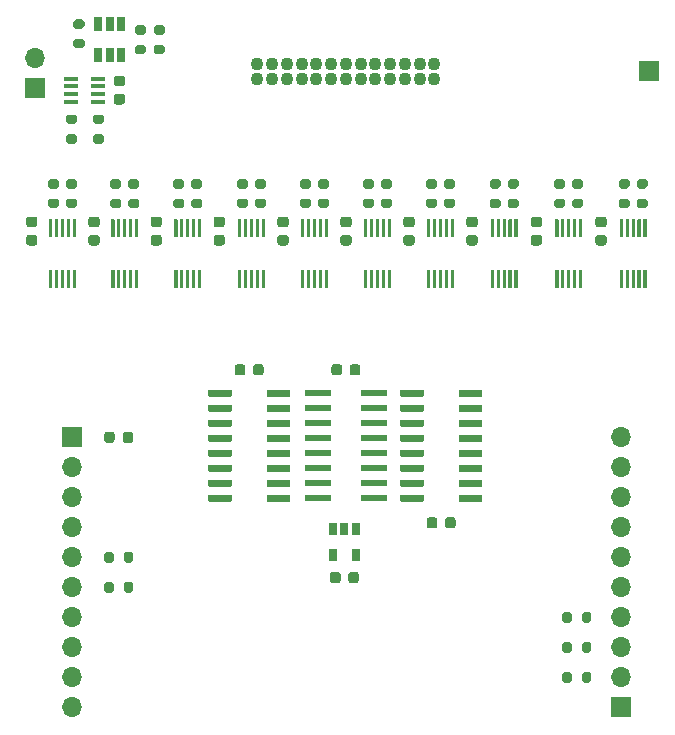
<source format=gbr>
%TF.GenerationSoftware,KiCad,Pcbnew,(5.1.10)-1*%
%TF.CreationDate,2022-10-09T17:15:07-05:00*%
%TF.ProjectId,switcher,73776974-6368-4657-922e-6b696361645f,A*%
%TF.SameCoordinates,Original*%
%TF.FileFunction,Soldermask,Top*%
%TF.FilePolarity,Negative*%
%FSLAX46Y46*%
G04 Gerber Fmt 4.6, Leading zero omitted, Abs format (unit mm)*
G04 Created by KiCad (PCBNEW (5.1.10)-1) date 2022-10-09 17:15:07*
%MOMM*%
%LPD*%
G01*
G04 APERTURE LIST*
%ADD10O,1.700000X1.700000*%
%ADD11R,1.700000X1.700000*%
%ADD12R,2.184400X0.558800*%
%ADD13R,0.650000X1.060000*%
%ADD14R,1.219200X0.406400*%
%ADD15R,0.650000X1.220000*%
%ADD16C,1.100000*%
G04 APERTURE END LIST*
D10*
%TO.C,J2*%
X177136000Y-106055500D03*
X177136000Y-108595500D03*
X177136000Y-111135500D03*
X177136000Y-113675500D03*
X177136000Y-116215500D03*
X177136000Y-118755500D03*
X177136000Y-121295500D03*
X177136000Y-123835500D03*
X177136000Y-126375500D03*
D11*
X177136000Y-128915500D03*
%TD*%
D12*
%TO.C,U2*%
X156222700Y-102298500D03*
X156222700Y-103568500D03*
X156222700Y-104838500D03*
X156222700Y-106108500D03*
X156222700Y-107378500D03*
X156222700Y-108648500D03*
X156222700Y-109918500D03*
X156222700Y-111188500D03*
X151498300Y-111188500D03*
X151498300Y-109918500D03*
X151498300Y-108648500D03*
X151498300Y-107378500D03*
X151498300Y-106108500D03*
X151498300Y-104838500D03*
X151498300Y-103568500D03*
X151498300Y-102298500D03*
%TD*%
%TO.C,R30*%
G36*
G01*
X135045000Y-119020000D02*
X135045000Y-118470000D01*
G75*
G02*
X135245000Y-118270000I200000J0D01*
G01*
X135645000Y-118270000D01*
G75*
G02*
X135845000Y-118470000I0J-200000D01*
G01*
X135845000Y-119020000D01*
G75*
G02*
X135645000Y-119220000I-200000J0D01*
G01*
X135245000Y-119220000D01*
G75*
G02*
X135045000Y-119020000I0J200000D01*
G01*
G37*
G36*
G01*
X133395000Y-119020000D02*
X133395000Y-118470000D01*
G75*
G02*
X133595000Y-118270000I200000J0D01*
G01*
X133995000Y-118270000D01*
G75*
G02*
X134195000Y-118470000I0J-200000D01*
G01*
X134195000Y-119020000D01*
G75*
G02*
X133995000Y-119220000I-200000J0D01*
G01*
X133595000Y-119220000D01*
G75*
G02*
X133395000Y-119020000I0J200000D01*
G01*
G37*
%TD*%
%TO.C,R29*%
G36*
G01*
X134195000Y-115930000D02*
X134195000Y-116480000D01*
G75*
G02*
X133995000Y-116680000I-200000J0D01*
G01*
X133595000Y-116680000D01*
G75*
G02*
X133395000Y-116480000I0J200000D01*
G01*
X133395000Y-115930000D01*
G75*
G02*
X133595000Y-115730000I200000J0D01*
G01*
X133995000Y-115730000D01*
G75*
G02*
X134195000Y-115930000I0J-200000D01*
G01*
G37*
G36*
G01*
X135845000Y-115930000D02*
X135845000Y-116480000D01*
G75*
G02*
X135645000Y-116680000I-200000J0D01*
G01*
X135245000Y-116680000D01*
G75*
G02*
X135045000Y-116480000I0J200000D01*
G01*
X135045000Y-115930000D01*
G75*
G02*
X135245000Y-115730000I200000J0D01*
G01*
X135645000Y-115730000D01*
G75*
G02*
X135845000Y-115930000I0J-200000D01*
G01*
G37*
%TD*%
%TO.C,R28*%
G36*
G01*
X173843500Y-124100000D02*
X173843500Y-123550000D01*
G75*
G02*
X174043500Y-123350000I200000J0D01*
G01*
X174443500Y-123350000D01*
G75*
G02*
X174643500Y-123550000I0J-200000D01*
G01*
X174643500Y-124100000D01*
G75*
G02*
X174443500Y-124300000I-200000J0D01*
G01*
X174043500Y-124300000D01*
G75*
G02*
X173843500Y-124100000I0J200000D01*
G01*
G37*
G36*
G01*
X172193500Y-124100000D02*
X172193500Y-123550000D01*
G75*
G02*
X172393500Y-123350000I200000J0D01*
G01*
X172793500Y-123350000D01*
G75*
G02*
X172993500Y-123550000I0J-200000D01*
G01*
X172993500Y-124100000D01*
G75*
G02*
X172793500Y-124300000I-200000J0D01*
G01*
X172393500Y-124300000D01*
G75*
G02*
X172193500Y-124100000I0J200000D01*
G01*
G37*
%TD*%
%TO.C,R27*%
G36*
G01*
X173843500Y-126640000D02*
X173843500Y-126090000D01*
G75*
G02*
X174043500Y-125890000I200000J0D01*
G01*
X174443500Y-125890000D01*
G75*
G02*
X174643500Y-126090000I0J-200000D01*
G01*
X174643500Y-126640000D01*
G75*
G02*
X174443500Y-126840000I-200000J0D01*
G01*
X174043500Y-126840000D01*
G75*
G02*
X173843500Y-126640000I0J200000D01*
G01*
G37*
G36*
G01*
X172193500Y-126640000D02*
X172193500Y-126090000D01*
G75*
G02*
X172393500Y-125890000I200000J0D01*
G01*
X172793500Y-125890000D01*
G75*
G02*
X172993500Y-126090000I0J-200000D01*
G01*
X172993500Y-126640000D01*
G75*
G02*
X172793500Y-126840000I-200000J0D01*
G01*
X172393500Y-126840000D01*
G75*
G02*
X172193500Y-126640000I0J200000D01*
G01*
G37*
%TD*%
%TO.C,R25*%
G36*
G01*
X173843500Y-121560000D02*
X173843500Y-121010000D01*
G75*
G02*
X174043500Y-120810000I200000J0D01*
G01*
X174443500Y-120810000D01*
G75*
G02*
X174643500Y-121010000I0J-200000D01*
G01*
X174643500Y-121560000D01*
G75*
G02*
X174443500Y-121760000I-200000J0D01*
G01*
X174043500Y-121760000D01*
G75*
G02*
X173843500Y-121560000I0J200000D01*
G01*
G37*
G36*
G01*
X172193500Y-121560000D02*
X172193500Y-121010000D01*
G75*
G02*
X172393500Y-120810000I200000J0D01*
G01*
X172793500Y-120810000D01*
G75*
G02*
X172993500Y-121010000I0J-200000D01*
G01*
X172993500Y-121560000D01*
G75*
G02*
X172793500Y-121760000I-200000J0D01*
G01*
X172393500Y-121760000D01*
G75*
G02*
X172193500Y-121560000I0J200000D01*
G01*
G37*
%TD*%
D13*
%TO.C,U1*%
X154683500Y-115971500D03*
X152783500Y-115971500D03*
X152783500Y-113771500D03*
X153733500Y-113771500D03*
X154683500Y-113771500D03*
%TD*%
D10*
%TO.C,J5*%
X127508000Y-73914000D03*
D11*
X127508000Y-76454000D03*
%TD*%
%TO.C,J4*%
X179514500Y-75057000D03*
%TD*%
%TO.C,FB1*%
G36*
G01*
X134270000Y-105788750D02*
X134270000Y-106301250D01*
G75*
G02*
X134051250Y-106520000I-218750J0D01*
G01*
X133613750Y-106520000D01*
G75*
G02*
X133395000Y-106301250I0J218750D01*
G01*
X133395000Y-105788750D01*
G75*
G02*
X133613750Y-105570000I218750J0D01*
G01*
X134051250Y-105570000D01*
G75*
G02*
X134270000Y-105788750I0J-218750D01*
G01*
G37*
G36*
G01*
X135845000Y-105788750D02*
X135845000Y-106301250D01*
G75*
G02*
X135626250Y-106520000I-218750J0D01*
G01*
X135188750Y-106520000D01*
G75*
G02*
X134970000Y-106301250I0J218750D01*
G01*
X134970000Y-105788750D01*
G75*
G02*
X135188750Y-105570000I218750J0D01*
G01*
X135626250Y-105570000D01*
G75*
G02*
X135845000Y-105788750I0J-218750D01*
G01*
G37*
%TD*%
D14*
%TO.C,U15*%
X132905500Y-75669500D03*
X132905500Y-76319500D03*
X132905500Y-76969500D03*
X132905500Y-77619500D03*
X130619500Y-77619500D03*
X130619500Y-76969500D03*
X130619500Y-76319500D03*
X130619500Y-75669500D03*
%TD*%
%TO.C,U14*%
G36*
G01*
X128990300Y-89072500D02*
X128732700Y-89072500D01*
G75*
G02*
X128721500Y-89061300I0J11200D01*
G01*
X128721500Y-87613700D01*
G75*
G02*
X128732700Y-87602500I11200J0D01*
G01*
X128990300Y-87602500D01*
G75*
G02*
X129001500Y-87613700I0J-11200D01*
G01*
X129001500Y-89061300D01*
G75*
G02*
X128990300Y-89072500I-11200J0D01*
G01*
G37*
G36*
G01*
X129490300Y-89072500D02*
X129232700Y-89072500D01*
G75*
G02*
X129221500Y-89061300I0J11200D01*
G01*
X129221500Y-87613700D01*
G75*
G02*
X129232700Y-87602500I11200J0D01*
G01*
X129490300Y-87602500D01*
G75*
G02*
X129501500Y-87613700I0J-11200D01*
G01*
X129501500Y-89061300D01*
G75*
G02*
X129490300Y-89072500I-11200J0D01*
G01*
G37*
G36*
G01*
X129990300Y-89072500D02*
X129732700Y-89072500D01*
G75*
G02*
X129721500Y-89061300I0J11200D01*
G01*
X129721500Y-87613700D01*
G75*
G02*
X129732700Y-87602500I11200J0D01*
G01*
X129990300Y-87602500D01*
G75*
G02*
X130001500Y-87613700I0J-11200D01*
G01*
X130001500Y-89061300D01*
G75*
G02*
X129990300Y-89072500I-11200J0D01*
G01*
G37*
G36*
G01*
X130490300Y-89072500D02*
X130232700Y-89072500D01*
G75*
G02*
X130221500Y-89061300I0J11200D01*
G01*
X130221500Y-87613700D01*
G75*
G02*
X130232700Y-87602500I11200J0D01*
G01*
X130490300Y-87602500D01*
G75*
G02*
X130501500Y-87613700I0J-11200D01*
G01*
X130501500Y-89061300D01*
G75*
G02*
X130490300Y-89072500I-11200J0D01*
G01*
G37*
G36*
G01*
X130990300Y-89072500D02*
X130732700Y-89072500D01*
G75*
G02*
X130721500Y-89061300I0J11200D01*
G01*
X130721500Y-87613700D01*
G75*
G02*
X130732700Y-87602500I11200J0D01*
G01*
X130990300Y-87602500D01*
G75*
G02*
X131001500Y-87613700I0J-11200D01*
G01*
X131001500Y-89061300D01*
G75*
G02*
X130990300Y-89072500I-11200J0D01*
G01*
G37*
G36*
G01*
X130990300Y-93372500D02*
X130732700Y-93372500D01*
G75*
G02*
X130721500Y-93361300I0J11200D01*
G01*
X130721500Y-91913700D01*
G75*
G02*
X130732700Y-91902500I11200J0D01*
G01*
X130990300Y-91902500D01*
G75*
G02*
X131001500Y-91913700I0J-11200D01*
G01*
X131001500Y-93361300D01*
G75*
G02*
X130990300Y-93372500I-11200J0D01*
G01*
G37*
G36*
G01*
X130490300Y-93372500D02*
X130232700Y-93372500D01*
G75*
G02*
X130221500Y-93361300I0J11200D01*
G01*
X130221500Y-91913700D01*
G75*
G02*
X130232700Y-91902500I11200J0D01*
G01*
X130490300Y-91902500D01*
G75*
G02*
X130501500Y-91913700I0J-11200D01*
G01*
X130501500Y-93361300D01*
G75*
G02*
X130490300Y-93372500I-11200J0D01*
G01*
G37*
G36*
G01*
X129990300Y-93372500D02*
X129732700Y-93372500D01*
G75*
G02*
X129721500Y-93361300I0J11200D01*
G01*
X129721500Y-91913700D01*
G75*
G02*
X129732700Y-91902500I11200J0D01*
G01*
X129990300Y-91902500D01*
G75*
G02*
X130001500Y-91913700I0J-11200D01*
G01*
X130001500Y-93361300D01*
G75*
G02*
X129990300Y-93372500I-11200J0D01*
G01*
G37*
G36*
G01*
X129490300Y-93372500D02*
X129232700Y-93372500D01*
G75*
G02*
X129221500Y-93361300I0J11200D01*
G01*
X129221500Y-91913700D01*
G75*
G02*
X129232700Y-91902500I11200J0D01*
G01*
X129490300Y-91902500D01*
G75*
G02*
X129501500Y-91913700I0J-11200D01*
G01*
X129501500Y-93361300D01*
G75*
G02*
X129490300Y-93372500I-11200J0D01*
G01*
G37*
G36*
G01*
X128990300Y-93372500D02*
X128732700Y-93372500D01*
G75*
G02*
X128721500Y-93361300I0J11200D01*
G01*
X128721500Y-91913700D01*
G75*
G02*
X128732700Y-91902500I11200J0D01*
G01*
X128990300Y-91902500D01*
G75*
G02*
X129001500Y-91913700I0J-11200D01*
G01*
X129001500Y-93361300D01*
G75*
G02*
X128990300Y-93372500I-11200J0D01*
G01*
G37*
%TD*%
%TO.C,U13*%
G36*
G01*
X134260800Y-89072500D02*
X134003200Y-89072500D01*
G75*
G02*
X133992000Y-89061300I0J11200D01*
G01*
X133992000Y-87613700D01*
G75*
G02*
X134003200Y-87602500I11200J0D01*
G01*
X134260800Y-87602500D01*
G75*
G02*
X134272000Y-87613700I0J-11200D01*
G01*
X134272000Y-89061300D01*
G75*
G02*
X134260800Y-89072500I-11200J0D01*
G01*
G37*
G36*
G01*
X134760800Y-89072500D02*
X134503200Y-89072500D01*
G75*
G02*
X134492000Y-89061300I0J11200D01*
G01*
X134492000Y-87613700D01*
G75*
G02*
X134503200Y-87602500I11200J0D01*
G01*
X134760800Y-87602500D01*
G75*
G02*
X134772000Y-87613700I0J-11200D01*
G01*
X134772000Y-89061300D01*
G75*
G02*
X134760800Y-89072500I-11200J0D01*
G01*
G37*
G36*
G01*
X135260800Y-89072500D02*
X135003200Y-89072500D01*
G75*
G02*
X134992000Y-89061300I0J11200D01*
G01*
X134992000Y-87613700D01*
G75*
G02*
X135003200Y-87602500I11200J0D01*
G01*
X135260800Y-87602500D01*
G75*
G02*
X135272000Y-87613700I0J-11200D01*
G01*
X135272000Y-89061300D01*
G75*
G02*
X135260800Y-89072500I-11200J0D01*
G01*
G37*
G36*
G01*
X135760800Y-89072500D02*
X135503200Y-89072500D01*
G75*
G02*
X135492000Y-89061300I0J11200D01*
G01*
X135492000Y-87613700D01*
G75*
G02*
X135503200Y-87602500I11200J0D01*
G01*
X135760800Y-87602500D01*
G75*
G02*
X135772000Y-87613700I0J-11200D01*
G01*
X135772000Y-89061300D01*
G75*
G02*
X135760800Y-89072500I-11200J0D01*
G01*
G37*
G36*
G01*
X136260800Y-89072500D02*
X136003200Y-89072500D01*
G75*
G02*
X135992000Y-89061300I0J11200D01*
G01*
X135992000Y-87613700D01*
G75*
G02*
X136003200Y-87602500I11200J0D01*
G01*
X136260800Y-87602500D01*
G75*
G02*
X136272000Y-87613700I0J-11200D01*
G01*
X136272000Y-89061300D01*
G75*
G02*
X136260800Y-89072500I-11200J0D01*
G01*
G37*
G36*
G01*
X136260800Y-93372500D02*
X136003200Y-93372500D01*
G75*
G02*
X135992000Y-93361300I0J11200D01*
G01*
X135992000Y-91913700D01*
G75*
G02*
X136003200Y-91902500I11200J0D01*
G01*
X136260800Y-91902500D01*
G75*
G02*
X136272000Y-91913700I0J-11200D01*
G01*
X136272000Y-93361300D01*
G75*
G02*
X136260800Y-93372500I-11200J0D01*
G01*
G37*
G36*
G01*
X135760800Y-93372500D02*
X135503200Y-93372500D01*
G75*
G02*
X135492000Y-93361300I0J11200D01*
G01*
X135492000Y-91913700D01*
G75*
G02*
X135503200Y-91902500I11200J0D01*
G01*
X135760800Y-91902500D01*
G75*
G02*
X135772000Y-91913700I0J-11200D01*
G01*
X135772000Y-93361300D01*
G75*
G02*
X135760800Y-93372500I-11200J0D01*
G01*
G37*
G36*
G01*
X135260800Y-93372500D02*
X135003200Y-93372500D01*
G75*
G02*
X134992000Y-93361300I0J11200D01*
G01*
X134992000Y-91913700D01*
G75*
G02*
X135003200Y-91902500I11200J0D01*
G01*
X135260800Y-91902500D01*
G75*
G02*
X135272000Y-91913700I0J-11200D01*
G01*
X135272000Y-93361300D01*
G75*
G02*
X135260800Y-93372500I-11200J0D01*
G01*
G37*
G36*
G01*
X134760800Y-93372500D02*
X134503200Y-93372500D01*
G75*
G02*
X134492000Y-93361300I0J11200D01*
G01*
X134492000Y-91913700D01*
G75*
G02*
X134503200Y-91902500I11200J0D01*
G01*
X134760800Y-91902500D01*
G75*
G02*
X134772000Y-91913700I0J-11200D01*
G01*
X134772000Y-93361300D01*
G75*
G02*
X134760800Y-93372500I-11200J0D01*
G01*
G37*
G36*
G01*
X134260800Y-93372500D02*
X134003200Y-93372500D01*
G75*
G02*
X133992000Y-93361300I0J11200D01*
G01*
X133992000Y-91913700D01*
G75*
G02*
X134003200Y-91902500I11200J0D01*
G01*
X134260800Y-91902500D01*
G75*
G02*
X134272000Y-91913700I0J-11200D01*
G01*
X134272000Y-93361300D01*
G75*
G02*
X134260800Y-93372500I-11200J0D01*
G01*
G37*
%TD*%
%TO.C,U12*%
G36*
G01*
X139594300Y-89072500D02*
X139336700Y-89072500D01*
G75*
G02*
X139325500Y-89061300I0J11200D01*
G01*
X139325500Y-87613700D01*
G75*
G02*
X139336700Y-87602500I11200J0D01*
G01*
X139594300Y-87602500D01*
G75*
G02*
X139605500Y-87613700I0J-11200D01*
G01*
X139605500Y-89061300D01*
G75*
G02*
X139594300Y-89072500I-11200J0D01*
G01*
G37*
G36*
G01*
X140094300Y-89072500D02*
X139836700Y-89072500D01*
G75*
G02*
X139825500Y-89061300I0J11200D01*
G01*
X139825500Y-87613700D01*
G75*
G02*
X139836700Y-87602500I11200J0D01*
G01*
X140094300Y-87602500D01*
G75*
G02*
X140105500Y-87613700I0J-11200D01*
G01*
X140105500Y-89061300D01*
G75*
G02*
X140094300Y-89072500I-11200J0D01*
G01*
G37*
G36*
G01*
X140594300Y-89072500D02*
X140336700Y-89072500D01*
G75*
G02*
X140325500Y-89061300I0J11200D01*
G01*
X140325500Y-87613700D01*
G75*
G02*
X140336700Y-87602500I11200J0D01*
G01*
X140594300Y-87602500D01*
G75*
G02*
X140605500Y-87613700I0J-11200D01*
G01*
X140605500Y-89061300D01*
G75*
G02*
X140594300Y-89072500I-11200J0D01*
G01*
G37*
G36*
G01*
X141094300Y-89072500D02*
X140836700Y-89072500D01*
G75*
G02*
X140825500Y-89061300I0J11200D01*
G01*
X140825500Y-87613700D01*
G75*
G02*
X140836700Y-87602500I11200J0D01*
G01*
X141094300Y-87602500D01*
G75*
G02*
X141105500Y-87613700I0J-11200D01*
G01*
X141105500Y-89061300D01*
G75*
G02*
X141094300Y-89072500I-11200J0D01*
G01*
G37*
G36*
G01*
X141594300Y-89072500D02*
X141336700Y-89072500D01*
G75*
G02*
X141325500Y-89061300I0J11200D01*
G01*
X141325500Y-87613700D01*
G75*
G02*
X141336700Y-87602500I11200J0D01*
G01*
X141594300Y-87602500D01*
G75*
G02*
X141605500Y-87613700I0J-11200D01*
G01*
X141605500Y-89061300D01*
G75*
G02*
X141594300Y-89072500I-11200J0D01*
G01*
G37*
G36*
G01*
X141594300Y-93372500D02*
X141336700Y-93372500D01*
G75*
G02*
X141325500Y-93361300I0J11200D01*
G01*
X141325500Y-91913700D01*
G75*
G02*
X141336700Y-91902500I11200J0D01*
G01*
X141594300Y-91902500D01*
G75*
G02*
X141605500Y-91913700I0J-11200D01*
G01*
X141605500Y-93361300D01*
G75*
G02*
X141594300Y-93372500I-11200J0D01*
G01*
G37*
G36*
G01*
X141094300Y-93372500D02*
X140836700Y-93372500D01*
G75*
G02*
X140825500Y-93361300I0J11200D01*
G01*
X140825500Y-91913700D01*
G75*
G02*
X140836700Y-91902500I11200J0D01*
G01*
X141094300Y-91902500D01*
G75*
G02*
X141105500Y-91913700I0J-11200D01*
G01*
X141105500Y-93361300D01*
G75*
G02*
X141094300Y-93372500I-11200J0D01*
G01*
G37*
G36*
G01*
X140594300Y-93372500D02*
X140336700Y-93372500D01*
G75*
G02*
X140325500Y-93361300I0J11200D01*
G01*
X140325500Y-91913700D01*
G75*
G02*
X140336700Y-91902500I11200J0D01*
G01*
X140594300Y-91902500D01*
G75*
G02*
X140605500Y-91913700I0J-11200D01*
G01*
X140605500Y-93361300D01*
G75*
G02*
X140594300Y-93372500I-11200J0D01*
G01*
G37*
G36*
G01*
X140094300Y-93372500D02*
X139836700Y-93372500D01*
G75*
G02*
X139825500Y-93361300I0J11200D01*
G01*
X139825500Y-91913700D01*
G75*
G02*
X139836700Y-91902500I11200J0D01*
G01*
X140094300Y-91902500D01*
G75*
G02*
X140105500Y-91913700I0J-11200D01*
G01*
X140105500Y-93361300D01*
G75*
G02*
X140094300Y-93372500I-11200J0D01*
G01*
G37*
G36*
G01*
X139594300Y-93372500D02*
X139336700Y-93372500D01*
G75*
G02*
X139325500Y-93361300I0J11200D01*
G01*
X139325500Y-91913700D01*
G75*
G02*
X139336700Y-91902500I11200J0D01*
G01*
X139594300Y-91902500D01*
G75*
G02*
X139605500Y-91913700I0J-11200D01*
G01*
X139605500Y-93361300D01*
G75*
G02*
X139594300Y-93372500I-11200J0D01*
G01*
G37*
%TD*%
%TO.C,U11*%
G36*
G01*
X144991300Y-89072500D02*
X144733700Y-89072500D01*
G75*
G02*
X144722500Y-89061300I0J11200D01*
G01*
X144722500Y-87613700D01*
G75*
G02*
X144733700Y-87602500I11200J0D01*
G01*
X144991300Y-87602500D01*
G75*
G02*
X145002500Y-87613700I0J-11200D01*
G01*
X145002500Y-89061300D01*
G75*
G02*
X144991300Y-89072500I-11200J0D01*
G01*
G37*
G36*
G01*
X145491300Y-89072500D02*
X145233700Y-89072500D01*
G75*
G02*
X145222500Y-89061300I0J11200D01*
G01*
X145222500Y-87613700D01*
G75*
G02*
X145233700Y-87602500I11200J0D01*
G01*
X145491300Y-87602500D01*
G75*
G02*
X145502500Y-87613700I0J-11200D01*
G01*
X145502500Y-89061300D01*
G75*
G02*
X145491300Y-89072500I-11200J0D01*
G01*
G37*
G36*
G01*
X145991300Y-89072500D02*
X145733700Y-89072500D01*
G75*
G02*
X145722500Y-89061300I0J11200D01*
G01*
X145722500Y-87613700D01*
G75*
G02*
X145733700Y-87602500I11200J0D01*
G01*
X145991300Y-87602500D01*
G75*
G02*
X146002500Y-87613700I0J-11200D01*
G01*
X146002500Y-89061300D01*
G75*
G02*
X145991300Y-89072500I-11200J0D01*
G01*
G37*
G36*
G01*
X146491300Y-89072500D02*
X146233700Y-89072500D01*
G75*
G02*
X146222500Y-89061300I0J11200D01*
G01*
X146222500Y-87613700D01*
G75*
G02*
X146233700Y-87602500I11200J0D01*
G01*
X146491300Y-87602500D01*
G75*
G02*
X146502500Y-87613700I0J-11200D01*
G01*
X146502500Y-89061300D01*
G75*
G02*
X146491300Y-89072500I-11200J0D01*
G01*
G37*
G36*
G01*
X146991300Y-89072500D02*
X146733700Y-89072500D01*
G75*
G02*
X146722500Y-89061300I0J11200D01*
G01*
X146722500Y-87613700D01*
G75*
G02*
X146733700Y-87602500I11200J0D01*
G01*
X146991300Y-87602500D01*
G75*
G02*
X147002500Y-87613700I0J-11200D01*
G01*
X147002500Y-89061300D01*
G75*
G02*
X146991300Y-89072500I-11200J0D01*
G01*
G37*
G36*
G01*
X146991300Y-93372500D02*
X146733700Y-93372500D01*
G75*
G02*
X146722500Y-93361300I0J11200D01*
G01*
X146722500Y-91913700D01*
G75*
G02*
X146733700Y-91902500I11200J0D01*
G01*
X146991300Y-91902500D01*
G75*
G02*
X147002500Y-91913700I0J-11200D01*
G01*
X147002500Y-93361300D01*
G75*
G02*
X146991300Y-93372500I-11200J0D01*
G01*
G37*
G36*
G01*
X146491300Y-93372500D02*
X146233700Y-93372500D01*
G75*
G02*
X146222500Y-93361300I0J11200D01*
G01*
X146222500Y-91913700D01*
G75*
G02*
X146233700Y-91902500I11200J0D01*
G01*
X146491300Y-91902500D01*
G75*
G02*
X146502500Y-91913700I0J-11200D01*
G01*
X146502500Y-93361300D01*
G75*
G02*
X146491300Y-93372500I-11200J0D01*
G01*
G37*
G36*
G01*
X145991300Y-93372500D02*
X145733700Y-93372500D01*
G75*
G02*
X145722500Y-93361300I0J11200D01*
G01*
X145722500Y-91913700D01*
G75*
G02*
X145733700Y-91902500I11200J0D01*
G01*
X145991300Y-91902500D01*
G75*
G02*
X146002500Y-91913700I0J-11200D01*
G01*
X146002500Y-93361300D01*
G75*
G02*
X145991300Y-93372500I-11200J0D01*
G01*
G37*
G36*
G01*
X145491300Y-93372500D02*
X145233700Y-93372500D01*
G75*
G02*
X145222500Y-93361300I0J11200D01*
G01*
X145222500Y-91913700D01*
G75*
G02*
X145233700Y-91902500I11200J0D01*
G01*
X145491300Y-91902500D01*
G75*
G02*
X145502500Y-91913700I0J-11200D01*
G01*
X145502500Y-93361300D01*
G75*
G02*
X145491300Y-93372500I-11200J0D01*
G01*
G37*
G36*
G01*
X144991300Y-93372500D02*
X144733700Y-93372500D01*
G75*
G02*
X144722500Y-93361300I0J11200D01*
G01*
X144722500Y-91913700D01*
G75*
G02*
X144733700Y-91902500I11200J0D01*
G01*
X144991300Y-91902500D01*
G75*
G02*
X145002500Y-91913700I0J-11200D01*
G01*
X145002500Y-93361300D01*
G75*
G02*
X144991300Y-93372500I-11200J0D01*
G01*
G37*
%TD*%
%TO.C,U10*%
G36*
G01*
X150324800Y-89072500D02*
X150067200Y-89072500D01*
G75*
G02*
X150056000Y-89061300I0J11200D01*
G01*
X150056000Y-87613700D01*
G75*
G02*
X150067200Y-87602500I11200J0D01*
G01*
X150324800Y-87602500D01*
G75*
G02*
X150336000Y-87613700I0J-11200D01*
G01*
X150336000Y-89061300D01*
G75*
G02*
X150324800Y-89072500I-11200J0D01*
G01*
G37*
G36*
G01*
X150824800Y-89072500D02*
X150567200Y-89072500D01*
G75*
G02*
X150556000Y-89061300I0J11200D01*
G01*
X150556000Y-87613700D01*
G75*
G02*
X150567200Y-87602500I11200J0D01*
G01*
X150824800Y-87602500D01*
G75*
G02*
X150836000Y-87613700I0J-11200D01*
G01*
X150836000Y-89061300D01*
G75*
G02*
X150824800Y-89072500I-11200J0D01*
G01*
G37*
G36*
G01*
X151324800Y-89072500D02*
X151067200Y-89072500D01*
G75*
G02*
X151056000Y-89061300I0J11200D01*
G01*
X151056000Y-87613700D01*
G75*
G02*
X151067200Y-87602500I11200J0D01*
G01*
X151324800Y-87602500D01*
G75*
G02*
X151336000Y-87613700I0J-11200D01*
G01*
X151336000Y-89061300D01*
G75*
G02*
X151324800Y-89072500I-11200J0D01*
G01*
G37*
G36*
G01*
X151824800Y-89072500D02*
X151567200Y-89072500D01*
G75*
G02*
X151556000Y-89061300I0J11200D01*
G01*
X151556000Y-87613700D01*
G75*
G02*
X151567200Y-87602500I11200J0D01*
G01*
X151824800Y-87602500D01*
G75*
G02*
X151836000Y-87613700I0J-11200D01*
G01*
X151836000Y-89061300D01*
G75*
G02*
X151824800Y-89072500I-11200J0D01*
G01*
G37*
G36*
G01*
X152324800Y-89072500D02*
X152067200Y-89072500D01*
G75*
G02*
X152056000Y-89061300I0J11200D01*
G01*
X152056000Y-87613700D01*
G75*
G02*
X152067200Y-87602500I11200J0D01*
G01*
X152324800Y-87602500D01*
G75*
G02*
X152336000Y-87613700I0J-11200D01*
G01*
X152336000Y-89061300D01*
G75*
G02*
X152324800Y-89072500I-11200J0D01*
G01*
G37*
G36*
G01*
X152324800Y-93372500D02*
X152067200Y-93372500D01*
G75*
G02*
X152056000Y-93361300I0J11200D01*
G01*
X152056000Y-91913700D01*
G75*
G02*
X152067200Y-91902500I11200J0D01*
G01*
X152324800Y-91902500D01*
G75*
G02*
X152336000Y-91913700I0J-11200D01*
G01*
X152336000Y-93361300D01*
G75*
G02*
X152324800Y-93372500I-11200J0D01*
G01*
G37*
G36*
G01*
X151824800Y-93372500D02*
X151567200Y-93372500D01*
G75*
G02*
X151556000Y-93361300I0J11200D01*
G01*
X151556000Y-91913700D01*
G75*
G02*
X151567200Y-91902500I11200J0D01*
G01*
X151824800Y-91902500D01*
G75*
G02*
X151836000Y-91913700I0J-11200D01*
G01*
X151836000Y-93361300D01*
G75*
G02*
X151824800Y-93372500I-11200J0D01*
G01*
G37*
G36*
G01*
X151324800Y-93372500D02*
X151067200Y-93372500D01*
G75*
G02*
X151056000Y-93361300I0J11200D01*
G01*
X151056000Y-91913700D01*
G75*
G02*
X151067200Y-91902500I11200J0D01*
G01*
X151324800Y-91902500D01*
G75*
G02*
X151336000Y-91913700I0J-11200D01*
G01*
X151336000Y-93361300D01*
G75*
G02*
X151324800Y-93372500I-11200J0D01*
G01*
G37*
G36*
G01*
X150824800Y-93372500D02*
X150567200Y-93372500D01*
G75*
G02*
X150556000Y-93361300I0J11200D01*
G01*
X150556000Y-91913700D01*
G75*
G02*
X150567200Y-91902500I11200J0D01*
G01*
X150824800Y-91902500D01*
G75*
G02*
X150836000Y-91913700I0J-11200D01*
G01*
X150836000Y-93361300D01*
G75*
G02*
X150824800Y-93372500I-11200J0D01*
G01*
G37*
G36*
G01*
X150324800Y-93372500D02*
X150067200Y-93372500D01*
G75*
G02*
X150056000Y-93361300I0J11200D01*
G01*
X150056000Y-91913700D01*
G75*
G02*
X150067200Y-91902500I11200J0D01*
G01*
X150324800Y-91902500D01*
G75*
G02*
X150336000Y-91913700I0J-11200D01*
G01*
X150336000Y-93361300D01*
G75*
G02*
X150324800Y-93372500I-11200J0D01*
G01*
G37*
%TD*%
%TO.C,U9*%
G36*
G01*
X155658300Y-89072500D02*
X155400700Y-89072500D01*
G75*
G02*
X155389500Y-89061300I0J11200D01*
G01*
X155389500Y-87613700D01*
G75*
G02*
X155400700Y-87602500I11200J0D01*
G01*
X155658300Y-87602500D01*
G75*
G02*
X155669500Y-87613700I0J-11200D01*
G01*
X155669500Y-89061300D01*
G75*
G02*
X155658300Y-89072500I-11200J0D01*
G01*
G37*
G36*
G01*
X156158300Y-89072500D02*
X155900700Y-89072500D01*
G75*
G02*
X155889500Y-89061300I0J11200D01*
G01*
X155889500Y-87613700D01*
G75*
G02*
X155900700Y-87602500I11200J0D01*
G01*
X156158300Y-87602500D01*
G75*
G02*
X156169500Y-87613700I0J-11200D01*
G01*
X156169500Y-89061300D01*
G75*
G02*
X156158300Y-89072500I-11200J0D01*
G01*
G37*
G36*
G01*
X156658300Y-89072500D02*
X156400700Y-89072500D01*
G75*
G02*
X156389500Y-89061300I0J11200D01*
G01*
X156389500Y-87613700D01*
G75*
G02*
X156400700Y-87602500I11200J0D01*
G01*
X156658300Y-87602500D01*
G75*
G02*
X156669500Y-87613700I0J-11200D01*
G01*
X156669500Y-89061300D01*
G75*
G02*
X156658300Y-89072500I-11200J0D01*
G01*
G37*
G36*
G01*
X157158300Y-89072500D02*
X156900700Y-89072500D01*
G75*
G02*
X156889500Y-89061300I0J11200D01*
G01*
X156889500Y-87613700D01*
G75*
G02*
X156900700Y-87602500I11200J0D01*
G01*
X157158300Y-87602500D01*
G75*
G02*
X157169500Y-87613700I0J-11200D01*
G01*
X157169500Y-89061300D01*
G75*
G02*
X157158300Y-89072500I-11200J0D01*
G01*
G37*
G36*
G01*
X157658300Y-89072500D02*
X157400700Y-89072500D01*
G75*
G02*
X157389500Y-89061300I0J11200D01*
G01*
X157389500Y-87613700D01*
G75*
G02*
X157400700Y-87602500I11200J0D01*
G01*
X157658300Y-87602500D01*
G75*
G02*
X157669500Y-87613700I0J-11200D01*
G01*
X157669500Y-89061300D01*
G75*
G02*
X157658300Y-89072500I-11200J0D01*
G01*
G37*
G36*
G01*
X157658300Y-93372500D02*
X157400700Y-93372500D01*
G75*
G02*
X157389500Y-93361300I0J11200D01*
G01*
X157389500Y-91913700D01*
G75*
G02*
X157400700Y-91902500I11200J0D01*
G01*
X157658300Y-91902500D01*
G75*
G02*
X157669500Y-91913700I0J-11200D01*
G01*
X157669500Y-93361300D01*
G75*
G02*
X157658300Y-93372500I-11200J0D01*
G01*
G37*
G36*
G01*
X157158300Y-93372500D02*
X156900700Y-93372500D01*
G75*
G02*
X156889500Y-93361300I0J11200D01*
G01*
X156889500Y-91913700D01*
G75*
G02*
X156900700Y-91902500I11200J0D01*
G01*
X157158300Y-91902500D01*
G75*
G02*
X157169500Y-91913700I0J-11200D01*
G01*
X157169500Y-93361300D01*
G75*
G02*
X157158300Y-93372500I-11200J0D01*
G01*
G37*
G36*
G01*
X156658300Y-93372500D02*
X156400700Y-93372500D01*
G75*
G02*
X156389500Y-93361300I0J11200D01*
G01*
X156389500Y-91913700D01*
G75*
G02*
X156400700Y-91902500I11200J0D01*
G01*
X156658300Y-91902500D01*
G75*
G02*
X156669500Y-91913700I0J-11200D01*
G01*
X156669500Y-93361300D01*
G75*
G02*
X156658300Y-93372500I-11200J0D01*
G01*
G37*
G36*
G01*
X156158300Y-93372500D02*
X155900700Y-93372500D01*
G75*
G02*
X155889500Y-93361300I0J11200D01*
G01*
X155889500Y-91913700D01*
G75*
G02*
X155900700Y-91902500I11200J0D01*
G01*
X156158300Y-91902500D01*
G75*
G02*
X156169500Y-91913700I0J-11200D01*
G01*
X156169500Y-93361300D01*
G75*
G02*
X156158300Y-93372500I-11200J0D01*
G01*
G37*
G36*
G01*
X155658300Y-93372500D02*
X155400700Y-93372500D01*
G75*
G02*
X155389500Y-93361300I0J11200D01*
G01*
X155389500Y-91913700D01*
G75*
G02*
X155400700Y-91902500I11200J0D01*
G01*
X155658300Y-91902500D01*
G75*
G02*
X155669500Y-91913700I0J-11200D01*
G01*
X155669500Y-93361300D01*
G75*
G02*
X155658300Y-93372500I-11200J0D01*
G01*
G37*
%TD*%
%TO.C,U8*%
G36*
G01*
X161007800Y-89063500D02*
X160750200Y-89063500D01*
G75*
G02*
X160739000Y-89052300I0J11200D01*
G01*
X160739000Y-87604700D01*
G75*
G02*
X160750200Y-87593500I11200J0D01*
G01*
X161007800Y-87593500D01*
G75*
G02*
X161019000Y-87604700I0J-11200D01*
G01*
X161019000Y-89052300D01*
G75*
G02*
X161007800Y-89063500I-11200J0D01*
G01*
G37*
G36*
G01*
X161507800Y-89063500D02*
X161250200Y-89063500D01*
G75*
G02*
X161239000Y-89052300I0J11200D01*
G01*
X161239000Y-87604700D01*
G75*
G02*
X161250200Y-87593500I11200J0D01*
G01*
X161507800Y-87593500D01*
G75*
G02*
X161519000Y-87604700I0J-11200D01*
G01*
X161519000Y-89052300D01*
G75*
G02*
X161507800Y-89063500I-11200J0D01*
G01*
G37*
G36*
G01*
X162007800Y-89063500D02*
X161750200Y-89063500D01*
G75*
G02*
X161739000Y-89052300I0J11200D01*
G01*
X161739000Y-87604700D01*
G75*
G02*
X161750200Y-87593500I11200J0D01*
G01*
X162007800Y-87593500D01*
G75*
G02*
X162019000Y-87604700I0J-11200D01*
G01*
X162019000Y-89052300D01*
G75*
G02*
X162007800Y-89063500I-11200J0D01*
G01*
G37*
G36*
G01*
X162507800Y-89063500D02*
X162250200Y-89063500D01*
G75*
G02*
X162239000Y-89052300I0J11200D01*
G01*
X162239000Y-87604700D01*
G75*
G02*
X162250200Y-87593500I11200J0D01*
G01*
X162507800Y-87593500D01*
G75*
G02*
X162519000Y-87604700I0J-11200D01*
G01*
X162519000Y-89052300D01*
G75*
G02*
X162507800Y-89063500I-11200J0D01*
G01*
G37*
G36*
G01*
X163007800Y-89063500D02*
X162750200Y-89063500D01*
G75*
G02*
X162739000Y-89052300I0J11200D01*
G01*
X162739000Y-87604700D01*
G75*
G02*
X162750200Y-87593500I11200J0D01*
G01*
X163007800Y-87593500D01*
G75*
G02*
X163019000Y-87604700I0J-11200D01*
G01*
X163019000Y-89052300D01*
G75*
G02*
X163007800Y-89063500I-11200J0D01*
G01*
G37*
G36*
G01*
X163007800Y-93363500D02*
X162750200Y-93363500D01*
G75*
G02*
X162739000Y-93352300I0J11200D01*
G01*
X162739000Y-91904700D01*
G75*
G02*
X162750200Y-91893500I11200J0D01*
G01*
X163007800Y-91893500D01*
G75*
G02*
X163019000Y-91904700I0J-11200D01*
G01*
X163019000Y-93352300D01*
G75*
G02*
X163007800Y-93363500I-11200J0D01*
G01*
G37*
G36*
G01*
X162507800Y-93363500D02*
X162250200Y-93363500D01*
G75*
G02*
X162239000Y-93352300I0J11200D01*
G01*
X162239000Y-91904700D01*
G75*
G02*
X162250200Y-91893500I11200J0D01*
G01*
X162507800Y-91893500D01*
G75*
G02*
X162519000Y-91904700I0J-11200D01*
G01*
X162519000Y-93352300D01*
G75*
G02*
X162507800Y-93363500I-11200J0D01*
G01*
G37*
G36*
G01*
X162007800Y-93363500D02*
X161750200Y-93363500D01*
G75*
G02*
X161739000Y-93352300I0J11200D01*
G01*
X161739000Y-91904700D01*
G75*
G02*
X161750200Y-91893500I11200J0D01*
G01*
X162007800Y-91893500D01*
G75*
G02*
X162019000Y-91904700I0J-11200D01*
G01*
X162019000Y-93352300D01*
G75*
G02*
X162007800Y-93363500I-11200J0D01*
G01*
G37*
G36*
G01*
X161507800Y-93363500D02*
X161250200Y-93363500D01*
G75*
G02*
X161239000Y-93352300I0J11200D01*
G01*
X161239000Y-91904700D01*
G75*
G02*
X161250200Y-91893500I11200J0D01*
G01*
X161507800Y-91893500D01*
G75*
G02*
X161519000Y-91904700I0J-11200D01*
G01*
X161519000Y-93352300D01*
G75*
G02*
X161507800Y-93363500I-11200J0D01*
G01*
G37*
G36*
G01*
X161007800Y-93363500D02*
X160750200Y-93363500D01*
G75*
G02*
X160739000Y-93352300I0J11200D01*
G01*
X160739000Y-91904700D01*
G75*
G02*
X160750200Y-91893500I11200J0D01*
G01*
X161007800Y-91893500D01*
G75*
G02*
X161019000Y-91904700I0J-11200D01*
G01*
X161019000Y-93352300D01*
G75*
G02*
X161007800Y-93363500I-11200J0D01*
G01*
G37*
%TD*%
%TO.C,U7*%
G36*
G01*
X166388800Y-89072500D02*
X166131200Y-89072500D01*
G75*
G02*
X166120000Y-89061300I0J11200D01*
G01*
X166120000Y-87613700D01*
G75*
G02*
X166131200Y-87602500I11200J0D01*
G01*
X166388800Y-87602500D01*
G75*
G02*
X166400000Y-87613700I0J-11200D01*
G01*
X166400000Y-89061300D01*
G75*
G02*
X166388800Y-89072500I-11200J0D01*
G01*
G37*
G36*
G01*
X166888800Y-89072500D02*
X166631200Y-89072500D01*
G75*
G02*
X166620000Y-89061300I0J11200D01*
G01*
X166620000Y-87613700D01*
G75*
G02*
X166631200Y-87602500I11200J0D01*
G01*
X166888800Y-87602500D01*
G75*
G02*
X166900000Y-87613700I0J-11200D01*
G01*
X166900000Y-89061300D01*
G75*
G02*
X166888800Y-89072500I-11200J0D01*
G01*
G37*
G36*
G01*
X167388800Y-89072500D02*
X167131200Y-89072500D01*
G75*
G02*
X167120000Y-89061300I0J11200D01*
G01*
X167120000Y-87613700D01*
G75*
G02*
X167131200Y-87602500I11200J0D01*
G01*
X167388800Y-87602500D01*
G75*
G02*
X167400000Y-87613700I0J-11200D01*
G01*
X167400000Y-89061300D01*
G75*
G02*
X167388800Y-89072500I-11200J0D01*
G01*
G37*
G36*
G01*
X167888800Y-89072500D02*
X167631200Y-89072500D01*
G75*
G02*
X167620000Y-89061300I0J11200D01*
G01*
X167620000Y-87613700D01*
G75*
G02*
X167631200Y-87602500I11200J0D01*
G01*
X167888800Y-87602500D01*
G75*
G02*
X167900000Y-87613700I0J-11200D01*
G01*
X167900000Y-89061300D01*
G75*
G02*
X167888800Y-89072500I-11200J0D01*
G01*
G37*
G36*
G01*
X168388800Y-89072500D02*
X168131200Y-89072500D01*
G75*
G02*
X168120000Y-89061300I0J11200D01*
G01*
X168120000Y-87613700D01*
G75*
G02*
X168131200Y-87602500I11200J0D01*
G01*
X168388800Y-87602500D01*
G75*
G02*
X168400000Y-87613700I0J-11200D01*
G01*
X168400000Y-89061300D01*
G75*
G02*
X168388800Y-89072500I-11200J0D01*
G01*
G37*
G36*
G01*
X168388800Y-93372500D02*
X168131200Y-93372500D01*
G75*
G02*
X168120000Y-93361300I0J11200D01*
G01*
X168120000Y-91913700D01*
G75*
G02*
X168131200Y-91902500I11200J0D01*
G01*
X168388800Y-91902500D01*
G75*
G02*
X168400000Y-91913700I0J-11200D01*
G01*
X168400000Y-93361300D01*
G75*
G02*
X168388800Y-93372500I-11200J0D01*
G01*
G37*
G36*
G01*
X167888800Y-93372500D02*
X167631200Y-93372500D01*
G75*
G02*
X167620000Y-93361300I0J11200D01*
G01*
X167620000Y-91913700D01*
G75*
G02*
X167631200Y-91902500I11200J0D01*
G01*
X167888800Y-91902500D01*
G75*
G02*
X167900000Y-91913700I0J-11200D01*
G01*
X167900000Y-93361300D01*
G75*
G02*
X167888800Y-93372500I-11200J0D01*
G01*
G37*
G36*
G01*
X167388800Y-93372500D02*
X167131200Y-93372500D01*
G75*
G02*
X167120000Y-93361300I0J11200D01*
G01*
X167120000Y-91913700D01*
G75*
G02*
X167131200Y-91902500I11200J0D01*
G01*
X167388800Y-91902500D01*
G75*
G02*
X167400000Y-91913700I0J-11200D01*
G01*
X167400000Y-93361300D01*
G75*
G02*
X167388800Y-93372500I-11200J0D01*
G01*
G37*
G36*
G01*
X166888800Y-93372500D02*
X166631200Y-93372500D01*
G75*
G02*
X166620000Y-93361300I0J11200D01*
G01*
X166620000Y-91913700D01*
G75*
G02*
X166631200Y-91902500I11200J0D01*
G01*
X166888800Y-91902500D01*
G75*
G02*
X166900000Y-91913700I0J-11200D01*
G01*
X166900000Y-93361300D01*
G75*
G02*
X166888800Y-93372500I-11200J0D01*
G01*
G37*
G36*
G01*
X166388800Y-93372500D02*
X166131200Y-93372500D01*
G75*
G02*
X166120000Y-93361300I0J11200D01*
G01*
X166120000Y-91913700D01*
G75*
G02*
X166131200Y-91902500I11200J0D01*
G01*
X166388800Y-91902500D01*
G75*
G02*
X166400000Y-91913700I0J-11200D01*
G01*
X166400000Y-93361300D01*
G75*
G02*
X166388800Y-93372500I-11200J0D01*
G01*
G37*
%TD*%
%TO.C,U6*%
G36*
G01*
X171849300Y-89072500D02*
X171591700Y-89072500D01*
G75*
G02*
X171580500Y-89061300I0J11200D01*
G01*
X171580500Y-87613700D01*
G75*
G02*
X171591700Y-87602500I11200J0D01*
G01*
X171849300Y-87602500D01*
G75*
G02*
X171860500Y-87613700I0J-11200D01*
G01*
X171860500Y-89061300D01*
G75*
G02*
X171849300Y-89072500I-11200J0D01*
G01*
G37*
G36*
G01*
X172349300Y-89072500D02*
X172091700Y-89072500D01*
G75*
G02*
X172080500Y-89061300I0J11200D01*
G01*
X172080500Y-87613700D01*
G75*
G02*
X172091700Y-87602500I11200J0D01*
G01*
X172349300Y-87602500D01*
G75*
G02*
X172360500Y-87613700I0J-11200D01*
G01*
X172360500Y-89061300D01*
G75*
G02*
X172349300Y-89072500I-11200J0D01*
G01*
G37*
G36*
G01*
X172849300Y-89072500D02*
X172591700Y-89072500D01*
G75*
G02*
X172580500Y-89061300I0J11200D01*
G01*
X172580500Y-87613700D01*
G75*
G02*
X172591700Y-87602500I11200J0D01*
G01*
X172849300Y-87602500D01*
G75*
G02*
X172860500Y-87613700I0J-11200D01*
G01*
X172860500Y-89061300D01*
G75*
G02*
X172849300Y-89072500I-11200J0D01*
G01*
G37*
G36*
G01*
X173349300Y-89072500D02*
X173091700Y-89072500D01*
G75*
G02*
X173080500Y-89061300I0J11200D01*
G01*
X173080500Y-87613700D01*
G75*
G02*
X173091700Y-87602500I11200J0D01*
G01*
X173349300Y-87602500D01*
G75*
G02*
X173360500Y-87613700I0J-11200D01*
G01*
X173360500Y-89061300D01*
G75*
G02*
X173349300Y-89072500I-11200J0D01*
G01*
G37*
G36*
G01*
X173849300Y-89072500D02*
X173591700Y-89072500D01*
G75*
G02*
X173580500Y-89061300I0J11200D01*
G01*
X173580500Y-87613700D01*
G75*
G02*
X173591700Y-87602500I11200J0D01*
G01*
X173849300Y-87602500D01*
G75*
G02*
X173860500Y-87613700I0J-11200D01*
G01*
X173860500Y-89061300D01*
G75*
G02*
X173849300Y-89072500I-11200J0D01*
G01*
G37*
G36*
G01*
X173849300Y-93372500D02*
X173591700Y-93372500D01*
G75*
G02*
X173580500Y-93361300I0J11200D01*
G01*
X173580500Y-91913700D01*
G75*
G02*
X173591700Y-91902500I11200J0D01*
G01*
X173849300Y-91902500D01*
G75*
G02*
X173860500Y-91913700I0J-11200D01*
G01*
X173860500Y-93361300D01*
G75*
G02*
X173849300Y-93372500I-11200J0D01*
G01*
G37*
G36*
G01*
X173349300Y-93372500D02*
X173091700Y-93372500D01*
G75*
G02*
X173080500Y-93361300I0J11200D01*
G01*
X173080500Y-91913700D01*
G75*
G02*
X173091700Y-91902500I11200J0D01*
G01*
X173349300Y-91902500D01*
G75*
G02*
X173360500Y-91913700I0J-11200D01*
G01*
X173360500Y-93361300D01*
G75*
G02*
X173349300Y-93372500I-11200J0D01*
G01*
G37*
G36*
G01*
X172849300Y-93372500D02*
X172591700Y-93372500D01*
G75*
G02*
X172580500Y-93361300I0J11200D01*
G01*
X172580500Y-91913700D01*
G75*
G02*
X172591700Y-91902500I11200J0D01*
G01*
X172849300Y-91902500D01*
G75*
G02*
X172860500Y-91913700I0J-11200D01*
G01*
X172860500Y-93361300D01*
G75*
G02*
X172849300Y-93372500I-11200J0D01*
G01*
G37*
G36*
G01*
X172349300Y-93372500D02*
X172091700Y-93372500D01*
G75*
G02*
X172080500Y-93361300I0J11200D01*
G01*
X172080500Y-91913700D01*
G75*
G02*
X172091700Y-91902500I11200J0D01*
G01*
X172349300Y-91902500D01*
G75*
G02*
X172360500Y-91913700I0J-11200D01*
G01*
X172360500Y-93361300D01*
G75*
G02*
X172349300Y-93372500I-11200J0D01*
G01*
G37*
G36*
G01*
X171849300Y-93372500D02*
X171591700Y-93372500D01*
G75*
G02*
X171580500Y-93361300I0J11200D01*
G01*
X171580500Y-91913700D01*
G75*
G02*
X171591700Y-91902500I11200J0D01*
G01*
X171849300Y-91902500D01*
G75*
G02*
X171860500Y-91913700I0J-11200D01*
G01*
X171860500Y-93361300D01*
G75*
G02*
X171849300Y-93372500I-11200J0D01*
G01*
G37*
%TD*%
%TO.C,U5*%
G36*
G01*
X177309800Y-89072500D02*
X177052200Y-89072500D01*
G75*
G02*
X177041000Y-89061300I0J11200D01*
G01*
X177041000Y-87613700D01*
G75*
G02*
X177052200Y-87602500I11200J0D01*
G01*
X177309800Y-87602500D01*
G75*
G02*
X177321000Y-87613700I0J-11200D01*
G01*
X177321000Y-89061300D01*
G75*
G02*
X177309800Y-89072500I-11200J0D01*
G01*
G37*
G36*
G01*
X177809800Y-89072500D02*
X177552200Y-89072500D01*
G75*
G02*
X177541000Y-89061300I0J11200D01*
G01*
X177541000Y-87613700D01*
G75*
G02*
X177552200Y-87602500I11200J0D01*
G01*
X177809800Y-87602500D01*
G75*
G02*
X177821000Y-87613700I0J-11200D01*
G01*
X177821000Y-89061300D01*
G75*
G02*
X177809800Y-89072500I-11200J0D01*
G01*
G37*
G36*
G01*
X178309800Y-89072500D02*
X178052200Y-89072500D01*
G75*
G02*
X178041000Y-89061300I0J11200D01*
G01*
X178041000Y-87613700D01*
G75*
G02*
X178052200Y-87602500I11200J0D01*
G01*
X178309800Y-87602500D01*
G75*
G02*
X178321000Y-87613700I0J-11200D01*
G01*
X178321000Y-89061300D01*
G75*
G02*
X178309800Y-89072500I-11200J0D01*
G01*
G37*
G36*
G01*
X178809800Y-89072500D02*
X178552200Y-89072500D01*
G75*
G02*
X178541000Y-89061300I0J11200D01*
G01*
X178541000Y-87613700D01*
G75*
G02*
X178552200Y-87602500I11200J0D01*
G01*
X178809800Y-87602500D01*
G75*
G02*
X178821000Y-87613700I0J-11200D01*
G01*
X178821000Y-89061300D01*
G75*
G02*
X178809800Y-89072500I-11200J0D01*
G01*
G37*
G36*
G01*
X179309800Y-89072500D02*
X179052200Y-89072500D01*
G75*
G02*
X179041000Y-89061300I0J11200D01*
G01*
X179041000Y-87613700D01*
G75*
G02*
X179052200Y-87602500I11200J0D01*
G01*
X179309800Y-87602500D01*
G75*
G02*
X179321000Y-87613700I0J-11200D01*
G01*
X179321000Y-89061300D01*
G75*
G02*
X179309800Y-89072500I-11200J0D01*
G01*
G37*
G36*
G01*
X179309800Y-93372500D02*
X179052200Y-93372500D01*
G75*
G02*
X179041000Y-93361300I0J11200D01*
G01*
X179041000Y-91913700D01*
G75*
G02*
X179052200Y-91902500I11200J0D01*
G01*
X179309800Y-91902500D01*
G75*
G02*
X179321000Y-91913700I0J-11200D01*
G01*
X179321000Y-93361300D01*
G75*
G02*
X179309800Y-93372500I-11200J0D01*
G01*
G37*
G36*
G01*
X178809800Y-93372500D02*
X178552200Y-93372500D01*
G75*
G02*
X178541000Y-93361300I0J11200D01*
G01*
X178541000Y-91913700D01*
G75*
G02*
X178552200Y-91902500I11200J0D01*
G01*
X178809800Y-91902500D01*
G75*
G02*
X178821000Y-91913700I0J-11200D01*
G01*
X178821000Y-93361300D01*
G75*
G02*
X178809800Y-93372500I-11200J0D01*
G01*
G37*
G36*
G01*
X178309800Y-93372500D02*
X178052200Y-93372500D01*
G75*
G02*
X178041000Y-93361300I0J11200D01*
G01*
X178041000Y-91913700D01*
G75*
G02*
X178052200Y-91902500I11200J0D01*
G01*
X178309800Y-91902500D01*
G75*
G02*
X178321000Y-91913700I0J-11200D01*
G01*
X178321000Y-93361300D01*
G75*
G02*
X178309800Y-93372500I-11200J0D01*
G01*
G37*
G36*
G01*
X177809800Y-93372500D02*
X177552200Y-93372500D01*
G75*
G02*
X177541000Y-93361300I0J11200D01*
G01*
X177541000Y-91913700D01*
G75*
G02*
X177552200Y-91902500I11200J0D01*
G01*
X177809800Y-91902500D01*
G75*
G02*
X177821000Y-91913700I0J-11200D01*
G01*
X177821000Y-93361300D01*
G75*
G02*
X177809800Y-93372500I-11200J0D01*
G01*
G37*
G36*
G01*
X177309800Y-93372500D02*
X177052200Y-93372500D01*
G75*
G02*
X177041000Y-93361300I0J11200D01*
G01*
X177041000Y-91913700D01*
G75*
G02*
X177052200Y-91902500I11200J0D01*
G01*
X177309800Y-91902500D01*
G75*
G02*
X177321000Y-91913700I0J-11200D01*
G01*
X177321000Y-93361300D01*
G75*
G02*
X177309800Y-93372500I-11200J0D01*
G01*
G37*
%TD*%
%TO.C,U4*%
G36*
G01*
X147159000Y-102556500D02*
X147159000Y-102040500D01*
G75*
G02*
X147201000Y-101998500I42000J0D01*
G01*
X149087000Y-101998500D01*
G75*
G02*
X149129000Y-102040500I0J-42000D01*
G01*
X149129000Y-102556500D01*
G75*
G02*
X149087000Y-102598500I-42000J0D01*
G01*
X147201000Y-102598500D01*
G75*
G02*
X147159000Y-102556500I0J42000D01*
G01*
G37*
G36*
G01*
X147159000Y-103826500D02*
X147159000Y-103310500D01*
G75*
G02*
X147201000Y-103268500I42000J0D01*
G01*
X149087000Y-103268500D01*
G75*
G02*
X149129000Y-103310500I0J-42000D01*
G01*
X149129000Y-103826500D01*
G75*
G02*
X149087000Y-103868500I-42000J0D01*
G01*
X147201000Y-103868500D01*
G75*
G02*
X147159000Y-103826500I0J42000D01*
G01*
G37*
G36*
G01*
X147159000Y-105096500D02*
X147159000Y-104580500D01*
G75*
G02*
X147201000Y-104538500I42000J0D01*
G01*
X149087000Y-104538500D01*
G75*
G02*
X149129000Y-104580500I0J-42000D01*
G01*
X149129000Y-105096500D01*
G75*
G02*
X149087000Y-105138500I-42000J0D01*
G01*
X147201000Y-105138500D01*
G75*
G02*
X147159000Y-105096500I0J42000D01*
G01*
G37*
G36*
G01*
X147159000Y-106366500D02*
X147159000Y-105850500D01*
G75*
G02*
X147201000Y-105808500I42000J0D01*
G01*
X149087000Y-105808500D01*
G75*
G02*
X149129000Y-105850500I0J-42000D01*
G01*
X149129000Y-106366500D01*
G75*
G02*
X149087000Y-106408500I-42000J0D01*
G01*
X147201000Y-106408500D01*
G75*
G02*
X147159000Y-106366500I0J42000D01*
G01*
G37*
G36*
G01*
X147159000Y-107636500D02*
X147159000Y-107120500D01*
G75*
G02*
X147201000Y-107078500I42000J0D01*
G01*
X149087000Y-107078500D01*
G75*
G02*
X149129000Y-107120500I0J-42000D01*
G01*
X149129000Y-107636500D01*
G75*
G02*
X149087000Y-107678500I-42000J0D01*
G01*
X147201000Y-107678500D01*
G75*
G02*
X147159000Y-107636500I0J42000D01*
G01*
G37*
G36*
G01*
X147159000Y-108906500D02*
X147159000Y-108390500D01*
G75*
G02*
X147201000Y-108348500I42000J0D01*
G01*
X149087000Y-108348500D01*
G75*
G02*
X149129000Y-108390500I0J-42000D01*
G01*
X149129000Y-108906500D01*
G75*
G02*
X149087000Y-108948500I-42000J0D01*
G01*
X147201000Y-108948500D01*
G75*
G02*
X147159000Y-108906500I0J42000D01*
G01*
G37*
G36*
G01*
X147159000Y-110176500D02*
X147159000Y-109660500D01*
G75*
G02*
X147201000Y-109618500I42000J0D01*
G01*
X149087000Y-109618500D01*
G75*
G02*
X149129000Y-109660500I0J-42000D01*
G01*
X149129000Y-110176500D01*
G75*
G02*
X149087000Y-110218500I-42000J0D01*
G01*
X147201000Y-110218500D01*
G75*
G02*
X147159000Y-110176500I0J42000D01*
G01*
G37*
G36*
G01*
X147159000Y-111446500D02*
X147159000Y-110930500D01*
G75*
G02*
X147201000Y-110888500I42000J0D01*
G01*
X149087000Y-110888500D01*
G75*
G02*
X149129000Y-110930500I0J-42000D01*
G01*
X149129000Y-111446500D01*
G75*
G02*
X149087000Y-111488500I-42000J0D01*
G01*
X147201000Y-111488500D01*
G75*
G02*
X147159000Y-111446500I0J42000D01*
G01*
G37*
G36*
G01*
X142209000Y-111446500D02*
X142209000Y-110930500D01*
G75*
G02*
X142251000Y-110888500I42000J0D01*
G01*
X144137000Y-110888500D01*
G75*
G02*
X144179000Y-110930500I0J-42000D01*
G01*
X144179000Y-111446500D01*
G75*
G02*
X144137000Y-111488500I-42000J0D01*
G01*
X142251000Y-111488500D01*
G75*
G02*
X142209000Y-111446500I0J42000D01*
G01*
G37*
G36*
G01*
X142209000Y-110176500D02*
X142209000Y-109660500D01*
G75*
G02*
X142251000Y-109618500I42000J0D01*
G01*
X144137000Y-109618500D01*
G75*
G02*
X144179000Y-109660500I0J-42000D01*
G01*
X144179000Y-110176500D01*
G75*
G02*
X144137000Y-110218500I-42000J0D01*
G01*
X142251000Y-110218500D01*
G75*
G02*
X142209000Y-110176500I0J42000D01*
G01*
G37*
G36*
G01*
X142209000Y-108906500D02*
X142209000Y-108390500D01*
G75*
G02*
X142251000Y-108348500I42000J0D01*
G01*
X144137000Y-108348500D01*
G75*
G02*
X144179000Y-108390500I0J-42000D01*
G01*
X144179000Y-108906500D01*
G75*
G02*
X144137000Y-108948500I-42000J0D01*
G01*
X142251000Y-108948500D01*
G75*
G02*
X142209000Y-108906500I0J42000D01*
G01*
G37*
G36*
G01*
X142209000Y-107636500D02*
X142209000Y-107120500D01*
G75*
G02*
X142251000Y-107078500I42000J0D01*
G01*
X144137000Y-107078500D01*
G75*
G02*
X144179000Y-107120500I0J-42000D01*
G01*
X144179000Y-107636500D01*
G75*
G02*
X144137000Y-107678500I-42000J0D01*
G01*
X142251000Y-107678500D01*
G75*
G02*
X142209000Y-107636500I0J42000D01*
G01*
G37*
G36*
G01*
X142209000Y-106366500D02*
X142209000Y-105850500D01*
G75*
G02*
X142251000Y-105808500I42000J0D01*
G01*
X144137000Y-105808500D01*
G75*
G02*
X144179000Y-105850500I0J-42000D01*
G01*
X144179000Y-106366500D01*
G75*
G02*
X144137000Y-106408500I-42000J0D01*
G01*
X142251000Y-106408500D01*
G75*
G02*
X142209000Y-106366500I0J42000D01*
G01*
G37*
G36*
G01*
X142209000Y-105096500D02*
X142209000Y-104580500D01*
G75*
G02*
X142251000Y-104538500I42000J0D01*
G01*
X144137000Y-104538500D01*
G75*
G02*
X144179000Y-104580500I0J-42000D01*
G01*
X144179000Y-105096500D01*
G75*
G02*
X144137000Y-105138500I-42000J0D01*
G01*
X142251000Y-105138500D01*
G75*
G02*
X142209000Y-105096500I0J42000D01*
G01*
G37*
G36*
G01*
X142209000Y-103826500D02*
X142209000Y-103310500D01*
G75*
G02*
X142251000Y-103268500I42000J0D01*
G01*
X144137000Y-103268500D01*
G75*
G02*
X144179000Y-103310500I0J-42000D01*
G01*
X144179000Y-103826500D01*
G75*
G02*
X144137000Y-103868500I-42000J0D01*
G01*
X142251000Y-103868500D01*
G75*
G02*
X142209000Y-103826500I0J42000D01*
G01*
G37*
G36*
G01*
X142209000Y-102556500D02*
X142209000Y-102040500D01*
G75*
G02*
X142251000Y-101998500I42000J0D01*
G01*
X144137000Y-101998500D01*
G75*
G02*
X144179000Y-102040500I0J-42000D01*
G01*
X144179000Y-102556500D01*
G75*
G02*
X144137000Y-102598500I-42000J0D01*
G01*
X142251000Y-102598500D01*
G75*
G02*
X142209000Y-102556500I0J42000D01*
G01*
G37*
%TD*%
%TO.C,U3*%
G36*
G01*
X160435000Y-110930500D02*
X160435000Y-111446500D01*
G75*
G02*
X160393000Y-111488500I-42000J0D01*
G01*
X158507000Y-111488500D01*
G75*
G02*
X158465000Y-111446500I0J42000D01*
G01*
X158465000Y-110930500D01*
G75*
G02*
X158507000Y-110888500I42000J0D01*
G01*
X160393000Y-110888500D01*
G75*
G02*
X160435000Y-110930500I0J-42000D01*
G01*
G37*
G36*
G01*
X160435000Y-109660500D02*
X160435000Y-110176500D01*
G75*
G02*
X160393000Y-110218500I-42000J0D01*
G01*
X158507000Y-110218500D01*
G75*
G02*
X158465000Y-110176500I0J42000D01*
G01*
X158465000Y-109660500D01*
G75*
G02*
X158507000Y-109618500I42000J0D01*
G01*
X160393000Y-109618500D01*
G75*
G02*
X160435000Y-109660500I0J-42000D01*
G01*
G37*
G36*
G01*
X160435000Y-108390500D02*
X160435000Y-108906500D01*
G75*
G02*
X160393000Y-108948500I-42000J0D01*
G01*
X158507000Y-108948500D01*
G75*
G02*
X158465000Y-108906500I0J42000D01*
G01*
X158465000Y-108390500D01*
G75*
G02*
X158507000Y-108348500I42000J0D01*
G01*
X160393000Y-108348500D01*
G75*
G02*
X160435000Y-108390500I0J-42000D01*
G01*
G37*
G36*
G01*
X160435000Y-107120500D02*
X160435000Y-107636500D01*
G75*
G02*
X160393000Y-107678500I-42000J0D01*
G01*
X158507000Y-107678500D01*
G75*
G02*
X158465000Y-107636500I0J42000D01*
G01*
X158465000Y-107120500D01*
G75*
G02*
X158507000Y-107078500I42000J0D01*
G01*
X160393000Y-107078500D01*
G75*
G02*
X160435000Y-107120500I0J-42000D01*
G01*
G37*
G36*
G01*
X160435000Y-105850500D02*
X160435000Y-106366500D01*
G75*
G02*
X160393000Y-106408500I-42000J0D01*
G01*
X158507000Y-106408500D01*
G75*
G02*
X158465000Y-106366500I0J42000D01*
G01*
X158465000Y-105850500D01*
G75*
G02*
X158507000Y-105808500I42000J0D01*
G01*
X160393000Y-105808500D01*
G75*
G02*
X160435000Y-105850500I0J-42000D01*
G01*
G37*
G36*
G01*
X160435000Y-104580500D02*
X160435000Y-105096500D01*
G75*
G02*
X160393000Y-105138500I-42000J0D01*
G01*
X158507000Y-105138500D01*
G75*
G02*
X158465000Y-105096500I0J42000D01*
G01*
X158465000Y-104580500D01*
G75*
G02*
X158507000Y-104538500I42000J0D01*
G01*
X160393000Y-104538500D01*
G75*
G02*
X160435000Y-104580500I0J-42000D01*
G01*
G37*
G36*
G01*
X160435000Y-103310500D02*
X160435000Y-103826500D01*
G75*
G02*
X160393000Y-103868500I-42000J0D01*
G01*
X158507000Y-103868500D01*
G75*
G02*
X158465000Y-103826500I0J42000D01*
G01*
X158465000Y-103310500D01*
G75*
G02*
X158507000Y-103268500I42000J0D01*
G01*
X160393000Y-103268500D01*
G75*
G02*
X160435000Y-103310500I0J-42000D01*
G01*
G37*
G36*
G01*
X160435000Y-102040500D02*
X160435000Y-102556500D01*
G75*
G02*
X160393000Y-102598500I-42000J0D01*
G01*
X158507000Y-102598500D01*
G75*
G02*
X158465000Y-102556500I0J42000D01*
G01*
X158465000Y-102040500D01*
G75*
G02*
X158507000Y-101998500I42000J0D01*
G01*
X160393000Y-101998500D01*
G75*
G02*
X160435000Y-102040500I0J-42000D01*
G01*
G37*
G36*
G01*
X165385000Y-102040500D02*
X165385000Y-102556500D01*
G75*
G02*
X165343000Y-102598500I-42000J0D01*
G01*
X163457000Y-102598500D01*
G75*
G02*
X163415000Y-102556500I0J42000D01*
G01*
X163415000Y-102040500D01*
G75*
G02*
X163457000Y-101998500I42000J0D01*
G01*
X165343000Y-101998500D01*
G75*
G02*
X165385000Y-102040500I0J-42000D01*
G01*
G37*
G36*
G01*
X165385000Y-103310500D02*
X165385000Y-103826500D01*
G75*
G02*
X165343000Y-103868500I-42000J0D01*
G01*
X163457000Y-103868500D01*
G75*
G02*
X163415000Y-103826500I0J42000D01*
G01*
X163415000Y-103310500D01*
G75*
G02*
X163457000Y-103268500I42000J0D01*
G01*
X165343000Y-103268500D01*
G75*
G02*
X165385000Y-103310500I0J-42000D01*
G01*
G37*
G36*
G01*
X165385000Y-104580500D02*
X165385000Y-105096500D01*
G75*
G02*
X165343000Y-105138500I-42000J0D01*
G01*
X163457000Y-105138500D01*
G75*
G02*
X163415000Y-105096500I0J42000D01*
G01*
X163415000Y-104580500D01*
G75*
G02*
X163457000Y-104538500I42000J0D01*
G01*
X165343000Y-104538500D01*
G75*
G02*
X165385000Y-104580500I0J-42000D01*
G01*
G37*
G36*
G01*
X165385000Y-105850500D02*
X165385000Y-106366500D01*
G75*
G02*
X165343000Y-106408500I-42000J0D01*
G01*
X163457000Y-106408500D01*
G75*
G02*
X163415000Y-106366500I0J42000D01*
G01*
X163415000Y-105850500D01*
G75*
G02*
X163457000Y-105808500I42000J0D01*
G01*
X165343000Y-105808500D01*
G75*
G02*
X165385000Y-105850500I0J-42000D01*
G01*
G37*
G36*
G01*
X165385000Y-107120500D02*
X165385000Y-107636500D01*
G75*
G02*
X165343000Y-107678500I-42000J0D01*
G01*
X163457000Y-107678500D01*
G75*
G02*
X163415000Y-107636500I0J42000D01*
G01*
X163415000Y-107120500D01*
G75*
G02*
X163457000Y-107078500I42000J0D01*
G01*
X165343000Y-107078500D01*
G75*
G02*
X165385000Y-107120500I0J-42000D01*
G01*
G37*
G36*
G01*
X165385000Y-108390500D02*
X165385000Y-108906500D01*
G75*
G02*
X165343000Y-108948500I-42000J0D01*
G01*
X163457000Y-108948500D01*
G75*
G02*
X163415000Y-108906500I0J42000D01*
G01*
X163415000Y-108390500D01*
G75*
G02*
X163457000Y-108348500I42000J0D01*
G01*
X165343000Y-108348500D01*
G75*
G02*
X165385000Y-108390500I0J-42000D01*
G01*
G37*
G36*
G01*
X165385000Y-109660500D02*
X165385000Y-110176500D01*
G75*
G02*
X165343000Y-110218500I-42000J0D01*
G01*
X163457000Y-110218500D01*
G75*
G02*
X163415000Y-110176500I0J42000D01*
G01*
X163415000Y-109660500D01*
G75*
G02*
X163457000Y-109618500I42000J0D01*
G01*
X165343000Y-109618500D01*
G75*
G02*
X165385000Y-109660500I0J-42000D01*
G01*
G37*
G36*
G01*
X165385000Y-110930500D02*
X165385000Y-111446500D01*
G75*
G02*
X165343000Y-111488500I-42000J0D01*
G01*
X163457000Y-111488500D01*
G75*
G02*
X163415000Y-111446500I0J42000D01*
G01*
X163415000Y-110930500D01*
G75*
G02*
X163457000Y-110888500I42000J0D01*
G01*
X165343000Y-110888500D01*
G75*
G02*
X165385000Y-110930500I0J-42000D01*
G01*
G37*
%TD*%
%TO.C,R26*%
G36*
G01*
X130894500Y-79521500D02*
X130344500Y-79521500D01*
G75*
G02*
X130144500Y-79321500I0J200000D01*
G01*
X130144500Y-78921500D01*
G75*
G02*
X130344500Y-78721500I200000J0D01*
G01*
X130894500Y-78721500D01*
G75*
G02*
X131094500Y-78921500I0J-200000D01*
G01*
X131094500Y-79321500D01*
G75*
G02*
X130894500Y-79521500I-200000J0D01*
G01*
G37*
G36*
G01*
X130894500Y-81171500D02*
X130344500Y-81171500D01*
G75*
G02*
X130144500Y-80971500I0J200000D01*
G01*
X130144500Y-80571500D01*
G75*
G02*
X130344500Y-80371500I200000J0D01*
G01*
X130894500Y-80371500D01*
G75*
G02*
X131094500Y-80571500I0J-200000D01*
G01*
X131094500Y-80971500D01*
G75*
G02*
X130894500Y-81171500I-200000J0D01*
G01*
G37*
%TD*%
%TO.C,R24*%
G36*
G01*
X133180500Y-79521500D02*
X132630500Y-79521500D01*
G75*
G02*
X132430500Y-79321500I0J200000D01*
G01*
X132430500Y-78921500D01*
G75*
G02*
X132630500Y-78721500I200000J0D01*
G01*
X133180500Y-78721500D01*
G75*
G02*
X133380500Y-78921500I0J-200000D01*
G01*
X133380500Y-79321500D01*
G75*
G02*
X133180500Y-79521500I-200000J0D01*
G01*
G37*
G36*
G01*
X133180500Y-81171500D02*
X132630500Y-81171500D01*
G75*
G02*
X132430500Y-80971500I0J200000D01*
G01*
X132430500Y-80571500D01*
G75*
G02*
X132630500Y-80371500I200000J0D01*
G01*
X133180500Y-80371500D01*
G75*
G02*
X133380500Y-80571500I0J-200000D01*
G01*
X133380500Y-80971500D01*
G75*
G02*
X133180500Y-81171500I-200000J0D01*
G01*
G37*
%TD*%
%TO.C,R23*%
G36*
G01*
X130348500Y-85832500D02*
X130898500Y-85832500D01*
G75*
G02*
X131098500Y-86032500I0J-200000D01*
G01*
X131098500Y-86432500D01*
G75*
G02*
X130898500Y-86632500I-200000J0D01*
G01*
X130348500Y-86632500D01*
G75*
G02*
X130148500Y-86432500I0J200000D01*
G01*
X130148500Y-86032500D01*
G75*
G02*
X130348500Y-85832500I200000J0D01*
G01*
G37*
G36*
G01*
X130348500Y-84182500D02*
X130898500Y-84182500D01*
G75*
G02*
X131098500Y-84382500I0J-200000D01*
G01*
X131098500Y-84782500D01*
G75*
G02*
X130898500Y-84982500I-200000J0D01*
G01*
X130348500Y-84982500D01*
G75*
G02*
X130148500Y-84782500I0J200000D01*
G01*
X130148500Y-84382500D01*
G75*
G02*
X130348500Y-84182500I200000J0D01*
G01*
G37*
%TD*%
%TO.C,R22*%
G36*
G01*
X128824500Y-85832500D02*
X129374500Y-85832500D01*
G75*
G02*
X129574500Y-86032500I0J-200000D01*
G01*
X129574500Y-86432500D01*
G75*
G02*
X129374500Y-86632500I-200000J0D01*
G01*
X128824500Y-86632500D01*
G75*
G02*
X128624500Y-86432500I0J200000D01*
G01*
X128624500Y-86032500D01*
G75*
G02*
X128824500Y-85832500I200000J0D01*
G01*
G37*
G36*
G01*
X128824500Y-84182500D02*
X129374500Y-84182500D01*
G75*
G02*
X129574500Y-84382500I0J-200000D01*
G01*
X129574500Y-84782500D01*
G75*
G02*
X129374500Y-84982500I-200000J0D01*
G01*
X128824500Y-84982500D01*
G75*
G02*
X128624500Y-84782500I0J200000D01*
G01*
X128624500Y-84382500D01*
G75*
G02*
X128824500Y-84182500I200000J0D01*
G01*
G37*
%TD*%
%TO.C,R21*%
G36*
G01*
X135619000Y-85832500D02*
X136169000Y-85832500D01*
G75*
G02*
X136369000Y-86032500I0J-200000D01*
G01*
X136369000Y-86432500D01*
G75*
G02*
X136169000Y-86632500I-200000J0D01*
G01*
X135619000Y-86632500D01*
G75*
G02*
X135419000Y-86432500I0J200000D01*
G01*
X135419000Y-86032500D01*
G75*
G02*
X135619000Y-85832500I200000J0D01*
G01*
G37*
G36*
G01*
X135619000Y-84182500D02*
X136169000Y-84182500D01*
G75*
G02*
X136369000Y-84382500I0J-200000D01*
G01*
X136369000Y-84782500D01*
G75*
G02*
X136169000Y-84982500I-200000J0D01*
G01*
X135619000Y-84982500D01*
G75*
G02*
X135419000Y-84782500I0J200000D01*
G01*
X135419000Y-84382500D01*
G75*
G02*
X135619000Y-84182500I200000J0D01*
G01*
G37*
%TD*%
%TO.C,R20*%
G36*
G01*
X134095000Y-85832500D02*
X134645000Y-85832500D01*
G75*
G02*
X134845000Y-86032500I0J-200000D01*
G01*
X134845000Y-86432500D01*
G75*
G02*
X134645000Y-86632500I-200000J0D01*
G01*
X134095000Y-86632500D01*
G75*
G02*
X133895000Y-86432500I0J200000D01*
G01*
X133895000Y-86032500D01*
G75*
G02*
X134095000Y-85832500I200000J0D01*
G01*
G37*
G36*
G01*
X134095000Y-84182500D02*
X134645000Y-84182500D01*
G75*
G02*
X134845000Y-84382500I0J-200000D01*
G01*
X134845000Y-84782500D01*
G75*
G02*
X134645000Y-84982500I-200000J0D01*
G01*
X134095000Y-84982500D01*
G75*
G02*
X133895000Y-84782500I0J200000D01*
G01*
X133895000Y-84382500D01*
G75*
G02*
X134095000Y-84182500I200000J0D01*
G01*
G37*
%TD*%
%TO.C,R19*%
G36*
G01*
X140952500Y-85832500D02*
X141502500Y-85832500D01*
G75*
G02*
X141702500Y-86032500I0J-200000D01*
G01*
X141702500Y-86432500D01*
G75*
G02*
X141502500Y-86632500I-200000J0D01*
G01*
X140952500Y-86632500D01*
G75*
G02*
X140752500Y-86432500I0J200000D01*
G01*
X140752500Y-86032500D01*
G75*
G02*
X140952500Y-85832500I200000J0D01*
G01*
G37*
G36*
G01*
X140952500Y-84182500D02*
X141502500Y-84182500D01*
G75*
G02*
X141702500Y-84382500I0J-200000D01*
G01*
X141702500Y-84782500D01*
G75*
G02*
X141502500Y-84982500I-200000J0D01*
G01*
X140952500Y-84982500D01*
G75*
G02*
X140752500Y-84782500I0J200000D01*
G01*
X140752500Y-84382500D01*
G75*
G02*
X140952500Y-84182500I200000J0D01*
G01*
G37*
%TD*%
%TO.C,R18*%
G36*
G01*
X139428500Y-85832500D02*
X139978500Y-85832500D01*
G75*
G02*
X140178500Y-86032500I0J-200000D01*
G01*
X140178500Y-86432500D01*
G75*
G02*
X139978500Y-86632500I-200000J0D01*
G01*
X139428500Y-86632500D01*
G75*
G02*
X139228500Y-86432500I0J200000D01*
G01*
X139228500Y-86032500D01*
G75*
G02*
X139428500Y-85832500I200000J0D01*
G01*
G37*
G36*
G01*
X139428500Y-84182500D02*
X139978500Y-84182500D01*
G75*
G02*
X140178500Y-84382500I0J-200000D01*
G01*
X140178500Y-84782500D01*
G75*
G02*
X139978500Y-84982500I-200000J0D01*
G01*
X139428500Y-84982500D01*
G75*
G02*
X139228500Y-84782500I0J200000D01*
G01*
X139228500Y-84382500D01*
G75*
G02*
X139428500Y-84182500I200000J0D01*
G01*
G37*
%TD*%
%TO.C,R17*%
G36*
G01*
X146349500Y-85832500D02*
X146899500Y-85832500D01*
G75*
G02*
X147099500Y-86032500I0J-200000D01*
G01*
X147099500Y-86432500D01*
G75*
G02*
X146899500Y-86632500I-200000J0D01*
G01*
X146349500Y-86632500D01*
G75*
G02*
X146149500Y-86432500I0J200000D01*
G01*
X146149500Y-86032500D01*
G75*
G02*
X146349500Y-85832500I200000J0D01*
G01*
G37*
G36*
G01*
X146349500Y-84182500D02*
X146899500Y-84182500D01*
G75*
G02*
X147099500Y-84382500I0J-200000D01*
G01*
X147099500Y-84782500D01*
G75*
G02*
X146899500Y-84982500I-200000J0D01*
G01*
X146349500Y-84982500D01*
G75*
G02*
X146149500Y-84782500I0J200000D01*
G01*
X146149500Y-84382500D01*
G75*
G02*
X146349500Y-84182500I200000J0D01*
G01*
G37*
%TD*%
%TO.C,R16*%
G36*
G01*
X144825500Y-85832500D02*
X145375500Y-85832500D01*
G75*
G02*
X145575500Y-86032500I0J-200000D01*
G01*
X145575500Y-86432500D01*
G75*
G02*
X145375500Y-86632500I-200000J0D01*
G01*
X144825500Y-86632500D01*
G75*
G02*
X144625500Y-86432500I0J200000D01*
G01*
X144625500Y-86032500D01*
G75*
G02*
X144825500Y-85832500I200000J0D01*
G01*
G37*
G36*
G01*
X144825500Y-84182500D02*
X145375500Y-84182500D01*
G75*
G02*
X145575500Y-84382500I0J-200000D01*
G01*
X145575500Y-84782500D01*
G75*
G02*
X145375500Y-84982500I-200000J0D01*
G01*
X144825500Y-84982500D01*
G75*
G02*
X144625500Y-84782500I0J200000D01*
G01*
X144625500Y-84382500D01*
G75*
G02*
X144825500Y-84182500I200000J0D01*
G01*
G37*
%TD*%
%TO.C,R15*%
G36*
G01*
X151683000Y-85832500D02*
X152233000Y-85832500D01*
G75*
G02*
X152433000Y-86032500I0J-200000D01*
G01*
X152433000Y-86432500D01*
G75*
G02*
X152233000Y-86632500I-200000J0D01*
G01*
X151683000Y-86632500D01*
G75*
G02*
X151483000Y-86432500I0J200000D01*
G01*
X151483000Y-86032500D01*
G75*
G02*
X151683000Y-85832500I200000J0D01*
G01*
G37*
G36*
G01*
X151683000Y-84182500D02*
X152233000Y-84182500D01*
G75*
G02*
X152433000Y-84382500I0J-200000D01*
G01*
X152433000Y-84782500D01*
G75*
G02*
X152233000Y-84982500I-200000J0D01*
G01*
X151683000Y-84982500D01*
G75*
G02*
X151483000Y-84782500I0J200000D01*
G01*
X151483000Y-84382500D01*
G75*
G02*
X151683000Y-84182500I200000J0D01*
G01*
G37*
%TD*%
%TO.C,R14*%
G36*
G01*
X150159000Y-85832500D02*
X150709000Y-85832500D01*
G75*
G02*
X150909000Y-86032500I0J-200000D01*
G01*
X150909000Y-86432500D01*
G75*
G02*
X150709000Y-86632500I-200000J0D01*
G01*
X150159000Y-86632500D01*
G75*
G02*
X149959000Y-86432500I0J200000D01*
G01*
X149959000Y-86032500D01*
G75*
G02*
X150159000Y-85832500I200000J0D01*
G01*
G37*
G36*
G01*
X150159000Y-84182500D02*
X150709000Y-84182500D01*
G75*
G02*
X150909000Y-84382500I0J-200000D01*
G01*
X150909000Y-84782500D01*
G75*
G02*
X150709000Y-84982500I-200000J0D01*
G01*
X150159000Y-84982500D01*
G75*
G02*
X149959000Y-84782500I0J200000D01*
G01*
X149959000Y-84382500D01*
G75*
G02*
X150159000Y-84182500I200000J0D01*
G01*
G37*
%TD*%
%TO.C,R13*%
G36*
G01*
X157016500Y-85832500D02*
X157566500Y-85832500D01*
G75*
G02*
X157766500Y-86032500I0J-200000D01*
G01*
X157766500Y-86432500D01*
G75*
G02*
X157566500Y-86632500I-200000J0D01*
G01*
X157016500Y-86632500D01*
G75*
G02*
X156816500Y-86432500I0J200000D01*
G01*
X156816500Y-86032500D01*
G75*
G02*
X157016500Y-85832500I200000J0D01*
G01*
G37*
G36*
G01*
X157016500Y-84182500D02*
X157566500Y-84182500D01*
G75*
G02*
X157766500Y-84382500I0J-200000D01*
G01*
X157766500Y-84782500D01*
G75*
G02*
X157566500Y-84982500I-200000J0D01*
G01*
X157016500Y-84982500D01*
G75*
G02*
X156816500Y-84782500I0J200000D01*
G01*
X156816500Y-84382500D01*
G75*
G02*
X157016500Y-84182500I200000J0D01*
G01*
G37*
%TD*%
%TO.C,R12*%
G36*
G01*
X155492500Y-85832500D02*
X156042500Y-85832500D01*
G75*
G02*
X156242500Y-86032500I0J-200000D01*
G01*
X156242500Y-86432500D01*
G75*
G02*
X156042500Y-86632500I-200000J0D01*
G01*
X155492500Y-86632500D01*
G75*
G02*
X155292500Y-86432500I0J200000D01*
G01*
X155292500Y-86032500D01*
G75*
G02*
X155492500Y-85832500I200000J0D01*
G01*
G37*
G36*
G01*
X155492500Y-84182500D02*
X156042500Y-84182500D01*
G75*
G02*
X156242500Y-84382500I0J-200000D01*
G01*
X156242500Y-84782500D01*
G75*
G02*
X156042500Y-84982500I-200000J0D01*
G01*
X155492500Y-84982500D01*
G75*
G02*
X155292500Y-84782500I0J200000D01*
G01*
X155292500Y-84382500D01*
G75*
G02*
X155492500Y-84182500I200000J0D01*
G01*
G37*
%TD*%
%TO.C,R11*%
G36*
G01*
X162350000Y-85832500D02*
X162900000Y-85832500D01*
G75*
G02*
X163100000Y-86032500I0J-200000D01*
G01*
X163100000Y-86432500D01*
G75*
G02*
X162900000Y-86632500I-200000J0D01*
G01*
X162350000Y-86632500D01*
G75*
G02*
X162150000Y-86432500I0J200000D01*
G01*
X162150000Y-86032500D01*
G75*
G02*
X162350000Y-85832500I200000J0D01*
G01*
G37*
G36*
G01*
X162350000Y-84182500D02*
X162900000Y-84182500D01*
G75*
G02*
X163100000Y-84382500I0J-200000D01*
G01*
X163100000Y-84782500D01*
G75*
G02*
X162900000Y-84982500I-200000J0D01*
G01*
X162350000Y-84982500D01*
G75*
G02*
X162150000Y-84782500I0J200000D01*
G01*
X162150000Y-84382500D01*
G75*
G02*
X162350000Y-84182500I200000J0D01*
G01*
G37*
%TD*%
%TO.C,R10*%
G36*
G01*
X160826000Y-85832500D02*
X161376000Y-85832500D01*
G75*
G02*
X161576000Y-86032500I0J-200000D01*
G01*
X161576000Y-86432500D01*
G75*
G02*
X161376000Y-86632500I-200000J0D01*
G01*
X160826000Y-86632500D01*
G75*
G02*
X160626000Y-86432500I0J200000D01*
G01*
X160626000Y-86032500D01*
G75*
G02*
X160826000Y-85832500I200000J0D01*
G01*
G37*
G36*
G01*
X160826000Y-84182500D02*
X161376000Y-84182500D01*
G75*
G02*
X161576000Y-84382500I0J-200000D01*
G01*
X161576000Y-84782500D01*
G75*
G02*
X161376000Y-84982500I-200000J0D01*
G01*
X160826000Y-84982500D01*
G75*
G02*
X160626000Y-84782500I0J200000D01*
G01*
X160626000Y-84382500D01*
G75*
G02*
X160826000Y-84182500I200000J0D01*
G01*
G37*
%TD*%
%TO.C,R9*%
G36*
G01*
X167747000Y-85832500D02*
X168297000Y-85832500D01*
G75*
G02*
X168497000Y-86032500I0J-200000D01*
G01*
X168497000Y-86432500D01*
G75*
G02*
X168297000Y-86632500I-200000J0D01*
G01*
X167747000Y-86632500D01*
G75*
G02*
X167547000Y-86432500I0J200000D01*
G01*
X167547000Y-86032500D01*
G75*
G02*
X167747000Y-85832500I200000J0D01*
G01*
G37*
G36*
G01*
X167747000Y-84182500D02*
X168297000Y-84182500D01*
G75*
G02*
X168497000Y-84382500I0J-200000D01*
G01*
X168497000Y-84782500D01*
G75*
G02*
X168297000Y-84982500I-200000J0D01*
G01*
X167747000Y-84982500D01*
G75*
G02*
X167547000Y-84782500I0J200000D01*
G01*
X167547000Y-84382500D01*
G75*
G02*
X167747000Y-84182500I200000J0D01*
G01*
G37*
%TD*%
%TO.C,R8*%
G36*
G01*
X166223000Y-85832500D02*
X166773000Y-85832500D01*
G75*
G02*
X166973000Y-86032500I0J-200000D01*
G01*
X166973000Y-86432500D01*
G75*
G02*
X166773000Y-86632500I-200000J0D01*
G01*
X166223000Y-86632500D01*
G75*
G02*
X166023000Y-86432500I0J200000D01*
G01*
X166023000Y-86032500D01*
G75*
G02*
X166223000Y-85832500I200000J0D01*
G01*
G37*
G36*
G01*
X166223000Y-84182500D02*
X166773000Y-84182500D01*
G75*
G02*
X166973000Y-84382500I0J-200000D01*
G01*
X166973000Y-84782500D01*
G75*
G02*
X166773000Y-84982500I-200000J0D01*
G01*
X166223000Y-84982500D01*
G75*
G02*
X166023000Y-84782500I0J200000D01*
G01*
X166023000Y-84382500D01*
G75*
G02*
X166223000Y-84182500I200000J0D01*
G01*
G37*
%TD*%
%TO.C,R7*%
G36*
G01*
X173207500Y-85832500D02*
X173757500Y-85832500D01*
G75*
G02*
X173957500Y-86032500I0J-200000D01*
G01*
X173957500Y-86432500D01*
G75*
G02*
X173757500Y-86632500I-200000J0D01*
G01*
X173207500Y-86632500D01*
G75*
G02*
X173007500Y-86432500I0J200000D01*
G01*
X173007500Y-86032500D01*
G75*
G02*
X173207500Y-85832500I200000J0D01*
G01*
G37*
G36*
G01*
X173207500Y-84182500D02*
X173757500Y-84182500D01*
G75*
G02*
X173957500Y-84382500I0J-200000D01*
G01*
X173957500Y-84782500D01*
G75*
G02*
X173757500Y-84982500I-200000J0D01*
G01*
X173207500Y-84982500D01*
G75*
G02*
X173007500Y-84782500I0J200000D01*
G01*
X173007500Y-84382500D01*
G75*
G02*
X173207500Y-84182500I200000J0D01*
G01*
G37*
%TD*%
%TO.C,R6*%
G36*
G01*
X171683500Y-85832500D02*
X172233500Y-85832500D01*
G75*
G02*
X172433500Y-86032500I0J-200000D01*
G01*
X172433500Y-86432500D01*
G75*
G02*
X172233500Y-86632500I-200000J0D01*
G01*
X171683500Y-86632500D01*
G75*
G02*
X171483500Y-86432500I0J200000D01*
G01*
X171483500Y-86032500D01*
G75*
G02*
X171683500Y-85832500I200000J0D01*
G01*
G37*
G36*
G01*
X171683500Y-84182500D02*
X172233500Y-84182500D01*
G75*
G02*
X172433500Y-84382500I0J-200000D01*
G01*
X172433500Y-84782500D01*
G75*
G02*
X172233500Y-84982500I-200000J0D01*
G01*
X171683500Y-84982500D01*
G75*
G02*
X171483500Y-84782500I0J200000D01*
G01*
X171483500Y-84382500D01*
G75*
G02*
X171683500Y-84182500I200000J0D01*
G01*
G37*
%TD*%
%TO.C,R5*%
G36*
G01*
X178668000Y-85832500D02*
X179218000Y-85832500D01*
G75*
G02*
X179418000Y-86032500I0J-200000D01*
G01*
X179418000Y-86432500D01*
G75*
G02*
X179218000Y-86632500I-200000J0D01*
G01*
X178668000Y-86632500D01*
G75*
G02*
X178468000Y-86432500I0J200000D01*
G01*
X178468000Y-86032500D01*
G75*
G02*
X178668000Y-85832500I200000J0D01*
G01*
G37*
G36*
G01*
X178668000Y-84182500D02*
X179218000Y-84182500D01*
G75*
G02*
X179418000Y-84382500I0J-200000D01*
G01*
X179418000Y-84782500D01*
G75*
G02*
X179218000Y-84982500I-200000J0D01*
G01*
X178668000Y-84982500D01*
G75*
G02*
X178468000Y-84782500I0J200000D01*
G01*
X178468000Y-84382500D01*
G75*
G02*
X178668000Y-84182500I200000J0D01*
G01*
G37*
%TD*%
%TO.C,R4*%
G36*
G01*
X177144000Y-85832500D02*
X177694000Y-85832500D01*
G75*
G02*
X177894000Y-86032500I0J-200000D01*
G01*
X177894000Y-86432500D01*
G75*
G02*
X177694000Y-86632500I-200000J0D01*
G01*
X177144000Y-86632500D01*
G75*
G02*
X176944000Y-86432500I0J200000D01*
G01*
X176944000Y-86032500D01*
G75*
G02*
X177144000Y-85832500I200000J0D01*
G01*
G37*
G36*
G01*
X177144000Y-84182500D02*
X177694000Y-84182500D01*
G75*
G02*
X177894000Y-84382500I0J-200000D01*
G01*
X177894000Y-84782500D01*
G75*
G02*
X177694000Y-84982500I-200000J0D01*
G01*
X177144000Y-84982500D01*
G75*
G02*
X176944000Y-84782500I0J200000D01*
G01*
X176944000Y-84382500D01*
G75*
G02*
X177144000Y-84182500I200000J0D01*
G01*
G37*
%TD*%
%TO.C,R3*%
G36*
G01*
X131529500Y-71457000D02*
X130979500Y-71457000D01*
G75*
G02*
X130779500Y-71257000I0J200000D01*
G01*
X130779500Y-70857000D01*
G75*
G02*
X130979500Y-70657000I200000J0D01*
G01*
X131529500Y-70657000D01*
G75*
G02*
X131729500Y-70857000I0J-200000D01*
G01*
X131729500Y-71257000D01*
G75*
G02*
X131529500Y-71457000I-200000J0D01*
G01*
G37*
G36*
G01*
X131529500Y-73107000D02*
X130979500Y-73107000D01*
G75*
G02*
X130779500Y-72907000I0J200000D01*
G01*
X130779500Y-72507000D01*
G75*
G02*
X130979500Y-72307000I200000J0D01*
G01*
X131529500Y-72307000D01*
G75*
G02*
X131729500Y-72507000I0J-200000D01*
G01*
X131729500Y-72907000D01*
G75*
G02*
X131529500Y-73107000I-200000J0D01*
G01*
G37*
%TD*%
%TO.C,R2*%
G36*
G01*
X137774000Y-72814500D02*
X138324000Y-72814500D01*
G75*
G02*
X138524000Y-73014500I0J-200000D01*
G01*
X138524000Y-73414500D01*
G75*
G02*
X138324000Y-73614500I-200000J0D01*
G01*
X137774000Y-73614500D01*
G75*
G02*
X137574000Y-73414500I0J200000D01*
G01*
X137574000Y-73014500D01*
G75*
G02*
X137774000Y-72814500I200000J0D01*
G01*
G37*
G36*
G01*
X137774000Y-71164500D02*
X138324000Y-71164500D01*
G75*
G02*
X138524000Y-71364500I0J-200000D01*
G01*
X138524000Y-71764500D01*
G75*
G02*
X138324000Y-71964500I-200000J0D01*
G01*
X137774000Y-71964500D01*
G75*
G02*
X137574000Y-71764500I0J200000D01*
G01*
X137574000Y-71364500D01*
G75*
G02*
X137774000Y-71164500I200000J0D01*
G01*
G37*
%TD*%
%TO.C,R1*%
G36*
G01*
X136186500Y-72815000D02*
X136736500Y-72815000D01*
G75*
G02*
X136936500Y-73015000I0J-200000D01*
G01*
X136936500Y-73415000D01*
G75*
G02*
X136736500Y-73615000I-200000J0D01*
G01*
X136186500Y-73615000D01*
G75*
G02*
X135986500Y-73415000I0J200000D01*
G01*
X135986500Y-73015000D01*
G75*
G02*
X136186500Y-72815000I200000J0D01*
G01*
G37*
G36*
G01*
X136186500Y-71165000D02*
X136736500Y-71165000D01*
G75*
G02*
X136936500Y-71365000I0J-200000D01*
G01*
X136936500Y-71765000D01*
G75*
G02*
X136736500Y-71965000I-200000J0D01*
G01*
X136186500Y-71965000D01*
G75*
G02*
X135986500Y-71765000I0J200000D01*
G01*
X135986500Y-71365000D01*
G75*
G02*
X136186500Y-71165000I200000J0D01*
G01*
G37*
%TD*%
D15*
%TO.C,Q1*%
X134808000Y-73700000D03*
X133858000Y-73700000D03*
X132908000Y-73700000D03*
X132908000Y-71080000D03*
X133858000Y-71080000D03*
X134808000Y-71080000D03*
%TD*%
D16*
%TO.C,J3*%
X146353500Y-75672000D03*
X147603500Y-75672000D03*
X148853500Y-75672000D03*
X150103500Y-75672000D03*
X151353500Y-75672000D03*
X152603500Y-75672000D03*
X153853500Y-75672000D03*
X155103500Y-75672000D03*
X156353500Y-75672000D03*
X157603500Y-75672000D03*
X158853500Y-75672000D03*
X160103500Y-75672000D03*
X161353500Y-75672000D03*
X146353500Y-74422000D03*
X147603500Y-74422000D03*
X148853500Y-74422000D03*
X150103500Y-74422000D03*
X151353500Y-74422000D03*
X152603500Y-74422000D03*
X153853500Y-74422000D03*
X155103500Y-74422000D03*
X156353500Y-74422000D03*
X157603500Y-74422000D03*
X158853500Y-74422000D03*
X160103500Y-74422000D03*
X161353500Y-74422000D03*
%TD*%
D10*
%TO.C,J1*%
X130636000Y-128915500D03*
X130636000Y-126375500D03*
X130636000Y-123835500D03*
X130636000Y-121295500D03*
X130636000Y-118755500D03*
X130636000Y-116215500D03*
X130636000Y-113675500D03*
X130636000Y-111135500D03*
X130636000Y-108595500D03*
D11*
X130636000Y-106055500D03*
%TD*%
%TO.C,C26*%
G36*
G01*
X134933500Y-76319500D02*
X134433500Y-76319500D01*
G75*
G02*
X134208500Y-76094500I0J225000D01*
G01*
X134208500Y-75644500D01*
G75*
G02*
X134433500Y-75419500I225000J0D01*
G01*
X134933500Y-75419500D01*
G75*
G02*
X135158500Y-75644500I0J-225000D01*
G01*
X135158500Y-76094500D01*
G75*
G02*
X134933500Y-76319500I-225000J0D01*
G01*
G37*
G36*
G01*
X134933500Y-77869500D02*
X134433500Y-77869500D01*
G75*
G02*
X134208500Y-77644500I0J225000D01*
G01*
X134208500Y-77194500D01*
G75*
G02*
X134433500Y-76969500I225000J0D01*
G01*
X134933500Y-76969500D01*
G75*
G02*
X135158500Y-77194500I0J-225000D01*
G01*
X135158500Y-77644500D01*
G75*
G02*
X134933500Y-77869500I-225000J0D01*
G01*
G37*
%TD*%
%TO.C,C24*%
G36*
G01*
X175200500Y-88907500D02*
X175700500Y-88907500D01*
G75*
G02*
X175925500Y-89132500I0J-225000D01*
G01*
X175925500Y-89582500D01*
G75*
G02*
X175700500Y-89807500I-225000J0D01*
G01*
X175200500Y-89807500D01*
G75*
G02*
X174975500Y-89582500I0J225000D01*
G01*
X174975500Y-89132500D01*
G75*
G02*
X175200500Y-88907500I225000J0D01*
G01*
G37*
G36*
G01*
X175200500Y-87357500D02*
X175700500Y-87357500D01*
G75*
G02*
X175925500Y-87582500I0J-225000D01*
G01*
X175925500Y-88032500D01*
G75*
G02*
X175700500Y-88257500I-225000J0D01*
G01*
X175200500Y-88257500D01*
G75*
G02*
X174975500Y-88032500I0J225000D01*
G01*
X174975500Y-87582500D01*
G75*
G02*
X175200500Y-87357500I225000J0D01*
G01*
G37*
%TD*%
%TO.C,C22*%
G36*
G01*
X169740000Y-88907500D02*
X170240000Y-88907500D01*
G75*
G02*
X170465000Y-89132500I0J-225000D01*
G01*
X170465000Y-89582500D01*
G75*
G02*
X170240000Y-89807500I-225000J0D01*
G01*
X169740000Y-89807500D01*
G75*
G02*
X169515000Y-89582500I0J225000D01*
G01*
X169515000Y-89132500D01*
G75*
G02*
X169740000Y-88907500I225000J0D01*
G01*
G37*
G36*
G01*
X169740000Y-87357500D02*
X170240000Y-87357500D01*
G75*
G02*
X170465000Y-87582500I0J-225000D01*
G01*
X170465000Y-88032500D01*
G75*
G02*
X170240000Y-88257500I-225000J0D01*
G01*
X169740000Y-88257500D01*
G75*
G02*
X169515000Y-88032500I0J225000D01*
G01*
X169515000Y-87582500D01*
G75*
G02*
X169740000Y-87357500I225000J0D01*
G01*
G37*
%TD*%
%TO.C,C20*%
G36*
G01*
X164279500Y-88907500D02*
X164779500Y-88907500D01*
G75*
G02*
X165004500Y-89132500I0J-225000D01*
G01*
X165004500Y-89582500D01*
G75*
G02*
X164779500Y-89807500I-225000J0D01*
G01*
X164279500Y-89807500D01*
G75*
G02*
X164054500Y-89582500I0J225000D01*
G01*
X164054500Y-89132500D01*
G75*
G02*
X164279500Y-88907500I225000J0D01*
G01*
G37*
G36*
G01*
X164279500Y-87357500D02*
X164779500Y-87357500D01*
G75*
G02*
X165004500Y-87582500I0J-225000D01*
G01*
X165004500Y-88032500D01*
G75*
G02*
X164779500Y-88257500I-225000J0D01*
G01*
X164279500Y-88257500D01*
G75*
G02*
X164054500Y-88032500I0J225000D01*
G01*
X164054500Y-87582500D01*
G75*
G02*
X164279500Y-87357500I225000J0D01*
G01*
G37*
%TD*%
%TO.C,C18*%
G36*
G01*
X158946000Y-88907500D02*
X159446000Y-88907500D01*
G75*
G02*
X159671000Y-89132500I0J-225000D01*
G01*
X159671000Y-89582500D01*
G75*
G02*
X159446000Y-89807500I-225000J0D01*
G01*
X158946000Y-89807500D01*
G75*
G02*
X158721000Y-89582500I0J225000D01*
G01*
X158721000Y-89132500D01*
G75*
G02*
X158946000Y-88907500I225000J0D01*
G01*
G37*
G36*
G01*
X158946000Y-87357500D02*
X159446000Y-87357500D01*
G75*
G02*
X159671000Y-87582500I0J-225000D01*
G01*
X159671000Y-88032500D01*
G75*
G02*
X159446000Y-88257500I-225000J0D01*
G01*
X158946000Y-88257500D01*
G75*
G02*
X158721000Y-88032500I0J225000D01*
G01*
X158721000Y-87582500D01*
G75*
G02*
X158946000Y-87357500I225000J0D01*
G01*
G37*
%TD*%
%TO.C,C16*%
G36*
G01*
X153612500Y-88907500D02*
X154112500Y-88907500D01*
G75*
G02*
X154337500Y-89132500I0J-225000D01*
G01*
X154337500Y-89582500D01*
G75*
G02*
X154112500Y-89807500I-225000J0D01*
G01*
X153612500Y-89807500D01*
G75*
G02*
X153387500Y-89582500I0J225000D01*
G01*
X153387500Y-89132500D01*
G75*
G02*
X153612500Y-88907500I225000J0D01*
G01*
G37*
G36*
G01*
X153612500Y-87357500D02*
X154112500Y-87357500D01*
G75*
G02*
X154337500Y-87582500I0J-225000D01*
G01*
X154337500Y-88032500D01*
G75*
G02*
X154112500Y-88257500I-225000J0D01*
G01*
X153612500Y-88257500D01*
G75*
G02*
X153387500Y-88032500I0J225000D01*
G01*
X153387500Y-87582500D01*
G75*
G02*
X153612500Y-87357500I225000J0D01*
G01*
G37*
%TD*%
%TO.C,C14*%
G36*
G01*
X148279000Y-88907500D02*
X148779000Y-88907500D01*
G75*
G02*
X149004000Y-89132500I0J-225000D01*
G01*
X149004000Y-89582500D01*
G75*
G02*
X148779000Y-89807500I-225000J0D01*
G01*
X148279000Y-89807500D01*
G75*
G02*
X148054000Y-89582500I0J225000D01*
G01*
X148054000Y-89132500D01*
G75*
G02*
X148279000Y-88907500I225000J0D01*
G01*
G37*
G36*
G01*
X148279000Y-87357500D02*
X148779000Y-87357500D01*
G75*
G02*
X149004000Y-87582500I0J-225000D01*
G01*
X149004000Y-88032500D01*
G75*
G02*
X148779000Y-88257500I-225000J0D01*
G01*
X148279000Y-88257500D01*
G75*
G02*
X148054000Y-88032500I0J225000D01*
G01*
X148054000Y-87582500D01*
G75*
G02*
X148279000Y-87357500I225000J0D01*
G01*
G37*
%TD*%
%TO.C,C12*%
G36*
G01*
X162250000Y-113534000D02*
X162250000Y-113034000D01*
G75*
G02*
X162475000Y-112809000I225000J0D01*
G01*
X162925000Y-112809000D01*
G75*
G02*
X163150000Y-113034000I0J-225000D01*
G01*
X163150000Y-113534000D01*
G75*
G02*
X162925000Y-113759000I-225000J0D01*
G01*
X162475000Y-113759000D01*
G75*
G02*
X162250000Y-113534000I0J225000D01*
G01*
G37*
G36*
G01*
X160700000Y-113534000D02*
X160700000Y-113034000D01*
G75*
G02*
X160925000Y-112809000I225000J0D01*
G01*
X161375000Y-112809000D01*
G75*
G02*
X161600000Y-113034000I0J-225000D01*
G01*
X161600000Y-113534000D01*
G75*
G02*
X161375000Y-113759000I-225000J0D01*
G01*
X160925000Y-113759000D01*
G75*
G02*
X160700000Y-113534000I0J225000D01*
G01*
G37*
%TD*%
%TO.C,C11*%
G36*
G01*
X145344000Y-100080000D02*
X145344000Y-100580000D01*
G75*
G02*
X145119000Y-100805000I-225000J0D01*
G01*
X144669000Y-100805000D01*
G75*
G02*
X144444000Y-100580000I0J225000D01*
G01*
X144444000Y-100080000D01*
G75*
G02*
X144669000Y-99855000I225000J0D01*
G01*
X145119000Y-99855000D01*
G75*
G02*
X145344000Y-100080000I0J-225000D01*
G01*
G37*
G36*
G01*
X146894000Y-100080000D02*
X146894000Y-100580000D01*
G75*
G02*
X146669000Y-100805000I-225000J0D01*
G01*
X146219000Y-100805000D01*
G75*
G02*
X145994000Y-100580000I0J225000D01*
G01*
X145994000Y-100080000D01*
G75*
G02*
X146219000Y-99855000I225000J0D01*
G01*
X146669000Y-99855000D01*
G75*
G02*
X146894000Y-100080000I0J-225000D01*
G01*
G37*
%TD*%
%TO.C,C10*%
G36*
G01*
X142882000Y-88907500D02*
X143382000Y-88907500D01*
G75*
G02*
X143607000Y-89132500I0J-225000D01*
G01*
X143607000Y-89582500D01*
G75*
G02*
X143382000Y-89807500I-225000J0D01*
G01*
X142882000Y-89807500D01*
G75*
G02*
X142657000Y-89582500I0J225000D01*
G01*
X142657000Y-89132500D01*
G75*
G02*
X142882000Y-88907500I225000J0D01*
G01*
G37*
G36*
G01*
X142882000Y-87357500D02*
X143382000Y-87357500D01*
G75*
G02*
X143607000Y-87582500I0J-225000D01*
G01*
X143607000Y-88032500D01*
G75*
G02*
X143382000Y-88257500I-225000J0D01*
G01*
X142882000Y-88257500D01*
G75*
G02*
X142657000Y-88032500I0J225000D01*
G01*
X142657000Y-87582500D01*
G75*
G02*
X142882000Y-87357500I225000J0D01*
G01*
G37*
%TD*%
%TO.C,C8*%
G36*
G01*
X137548500Y-88907500D02*
X138048500Y-88907500D01*
G75*
G02*
X138273500Y-89132500I0J-225000D01*
G01*
X138273500Y-89582500D01*
G75*
G02*
X138048500Y-89807500I-225000J0D01*
G01*
X137548500Y-89807500D01*
G75*
G02*
X137323500Y-89582500I0J225000D01*
G01*
X137323500Y-89132500D01*
G75*
G02*
X137548500Y-88907500I225000J0D01*
G01*
G37*
G36*
G01*
X137548500Y-87357500D02*
X138048500Y-87357500D01*
G75*
G02*
X138273500Y-87582500I0J-225000D01*
G01*
X138273500Y-88032500D01*
G75*
G02*
X138048500Y-88257500I-225000J0D01*
G01*
X137548500Y-88257500D01*
G75*
G02*
X137323500Y-88032500I0J225000D01*
G01*
X137323500Y-87582500D01*
G75*
G02*
X137548500Y-87357500I225000J0D01*
G01*
G37*
%TD*%
%TO.C,C6*%
G36*
G01*
X132278500Y-88907500D02*
X132778500Y-88907500D01*
G75*
G02*
X133003500Y-89132500I0J-225000D01*
G01*
X133003500Y-89582500D01*
G75*
G02*
X132778500Y-89807500I-225000J0D01*
G01*
X132278500Y-89807500D01*
G75*
G02*
X132053500Y-89582500I0J225000D01*
G01*
X132053500Y-89132500D01*
G75*
G02*
X132278500Y-88907500I225000J0D01*
G01*
G37*
G36*
G01*
X132278500Y-87357500D02*
X132778500Y-87357500D01*
G75*
G02*
X133003500Y-87582500I0J-225000D01*
G01*
X133003500Y-88032500D01*
G75*
G02*
X132778500Y-88257500I-225000J0D01*
G01*
X132278500Y-88257500D01*
G75*
G02*
X132053500Y-88032500I0J225000D01*
G01*
X132053500Y-87582500D01*
G75*
G02*
X132278500Y-87357500I225000J0D01*
G01*
G37*
%TD*%
%TO.C,C4*%
G36*
G01*
X127008000Y-88907500D02*
X127508000Y-88907500D01*
G75*
G02*
X127733000Y-89132500I0J-225000D01*
G01*
X127733000Y-89582500D01*
G75*
G02*
X127508000Y-89807500I-225000J0D01*
G01*
X127008000Y-89807500D01*
G75*
G02*
X126783000Y-89582500I0J225000D01*
G01*
X126783000Y-89132500D01*
G75*
G02*
X127008000Y-88907500I225000J0D01*
G01*
G37*
G36*
G01*
X127008000Y-87357500D02*
X127508000Y-87357500D01*
G75*
G02*
X127733000Y-87582500I0J-225000D01*
G01*
X127733000Y-88032500D01*
G75*
G02*
X127508000Y-88257500I-225000J0D01*
G01*
X127008000Y-88257500D01*
G75*
G02*
X126783000Y-88032500I0J225000D01*
G01*
X126783000Y-87582500D01*
G75*
G02*
X127008000Y-87357500I225000J0D01*
G01*
G37*
%TD*%
%TO.C,C2*%
G36*
G01*
X153408500Y-117669500D02*
X153408500Y-118169500D01*
G75*
G02*
X153183500Y-118394500I-225000J0D01*
G01*
X152733500Y-118394500D01*
G75*
G02*
X152508500Y-118169500I0J225000D01*
G01*
X152508500Y-117669500D01*
G75*
G02*
X152733500Y-117444500I225000J0D01*
G01*
X153183500Y-117444500D01*
G75*
G02*
X153408500Y-117669500I0J-225000D01*
G01*
G37*
G36*
G01*
X154958500Y-117669500D02*
X154958500Y-118169500D01*
G75*
G02*
X154733500Y-118394500I-225000J0D01*
G01*
X154283500Y-118394500D01*
G75*
G02*
X154058500Y-118169500I0J225000D01*
G01*
X154058500Y-117669500D01*
G75*
G02*
X154283500Y-117444500I225000J0D01*
G01*
X154733500Y-117444500D01*
G75*
G02*
X154958500Y-117669500I0J-225000D01*
G01*
G37*
%TD*%
%TO.C,C1*%
G36*
G01*
X153535500Y-100080000D02*
X153535500Y-100580000D01*
G75*
G02*
X153310500Y-100805000I-225000J0D01*
G01*
X152860500Y-100805000D01*
G75*
G02*
X152635500Y-100580000I0J225000D01*
G01*
X152635500Y-100080000D01*
G75*
G02*
X152860500Y-99855000I225000J0D01*
G01*
X153310500Y-99855000D01*
G75*
G02*
X153535500Y-100080000I0J-225000D01*
G01*
G37*
G36*
G01*
X155085500Y-100080000D02*
X155085500Y-100580000D01*
G75*
G02*
X154860500Y-100805000I-225000J0D01*
G01*
X154410500Y-100805000D01*
G75*
G02*
X154185500Y-100580000I0J225000D01*
G01*
X154185500Y-100080000D01*
G75*
G02*
X154410500Y-99855000I225000J0D01*
G01*
X154860500Y-99855000D01*
G75*
G02*
X155085500Y-100080000I0J-225000D01*
G01*
G37*
%TD*%
M02*

</source>
